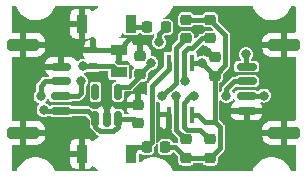
<source format=gbr>
G04 #@! TF.GenerationSoftware,KiCad,Pcbnew,(5.99.0-10394-g2e15de97e0)*
G04 #@! TF.CreationDate,2021-04-26T16:14:31+02:00*
G04 #@! TF.ProjectId,TFI2CEXT01A,54464932-4345-4585-9430-31412e6b6963,REV*
G04 #@! TF.SameCoordinates,PX78dfd90PY8290510*
G04 #@! TF.FileFunction,Copper,L2,Bot*
G04 #@! TF.FilePolarity,Positive*
%FSLAX46Y46*%
G04 Gerber Fmt 4.6, Leading zero omitted, Abs format (unit mm)*
G04 Created by KiCad (PCBNEW (5.99.0-10394-g2e15de97e0)) date 2021-04-26 16:14:31*
%MOMM*%
%LPD*%
G01*
G04 APERTURE LIST*
G04 Aperture macros list*
%AMRoundRect*
0 Rectangle with rounded corners*
0 $1 Rounding radius*
0 $2 $3 $4 $5 $6 $7 $8 $9 X,Y pos of 4 corners*
0 Add a 4 corners polygon primitive as box body*
4,1,4,$2,$3,$4,$5,$6,$7,$8,$9,$2,$3,0*
0 Add four circle primitives for the rounded corners*
1,1,$1+$1,$2,$3*
1,1,$1+$1,$4,$5*
1,1,$1+$1,$6,$7*
1,1,$1+$1,$8,$9*
0 Add four rect primitives between the rounded corners*
20,1,$1+$1,$2,$3,$4,$5,0*
20,1,$1+$1,$4,$5,$6,$7,0*
20,1,$1+$1,$6,$7,$8,$9,0*
20,1,$1+$1,$8,$9,$2,$3,0*%
G04 Aperture macros list end*
G04 #@! TA.AperFunction,SMDPad,CuDef*
%ADD10RoundRect,0.218750X0.218750X0.256250X-0.218750X0.256250X-0.218750X-0.256250X0.218750X-0.256250X0*%
G04 #@! TD*
G04 #@! TA.AperFunction,SMDPad,CuDef*
%ADD11R,0.450000X1.450000*%
G04 #@! TD*
G04 #@! TA.AperFunction,SMDPad,CuDef*
%ADD12R,0.950000X1.500000*%
G04 #@! TD*
G04 #@! TA.AperFunction,SMDPad,CuDef*
%ADD13RoundRect,0.218750X0.256250X-0.218750X0.256250X0.218750X-0.256250X0.218750X-0.256250X-0.218750X0*%
G04 #@! TD*
G04 #@! TA.AperFunction,SMDPad,CuDef*
%ADD14R,0.700000X0.600000*%
G04 #@! TD*
G04 #@! TA.AperFunction,SMDPad,CuDef*
%ADD15RoundRect,0.150000X0.700000X-0.150000X0.700000X0.150000X-0.700000X0.150000X-0.700000X-0.150000X0*%
G04 #@! TD*
G04 #@! TA.AperFunction,SMDPad,CuDef*
%ADD16RoundRect,0.250000X1.100000X-0.250000X1.100000X0.250000X-1.100000X0.250000X-1.100000X-0.250000X0*%
G04 #@! TD*
G04 #@! TA.AperFunction,SMDPad,CuDef*
%ADD17RoundRect,0.150000X0.150000X-0.512500X0.150000X0.512500X-0.150000X0.512500X-0.150000X-0.512500X0*%
G04 #@! TD*
G04 #@! TA.AperFunction,SMDPad,CuDef*
%ADD18RoundRect,0.218750X-0.256250X0.218750X-0.256250X-0.218750X0.256250X-0.218750X0.256250X0.218750X0*%
G04 #@! TD*
G04 #@! TA.AperFunction,SMDPad,CuDef*
%ADD19RoundRect,0.150000X-0.700000X0.150000X-0.700000X-0.150000X0.700000X-0.150000X0.700000X0.150000X0*%
G04 #@! TD*
G04 #@! TA.AperFunction,SMDPad,CuDef*
%ADD20RoundRect,0.250000X-1.100000X0.250000X-1.100000X-0.250000X1.100000X-0.250000X1.100000X0.250000X0*%
G04 #@! TD*
G04 #@! TA.AperFunction,SMDPad,CuDef*
%ADD21R,1.397000X0.889000*%
G04 #@! TD*
G04 #@! TA.AperFunction,ViaPad*
%ADD22C,0.800000*%
G04 #@! TD*
G04 #@! TA.AperFunction,Conductor*
%ADD23C,0.400000*%
G04 #@! TD*
G04 APERTURE END LIST*
D10*
G04 #@! TO.P,R4,1*
G04 #@! TO.N,+3V3*
X-113258500Y139446000D03*
G04 #@! TO.P,R4,2*
G04 #@! TO.N,Net-(D3-Pad2)*
X-114833500Y139446000D03*
G04 #@! TD*
D11*
G04 #@! TO.P,U2,1,EN*
G04 #@! TO.N,+3V3*
X-111039000Y142206000D03*
G04 #@! TO.P,U2,2,SCLout*
G04 #@! TO.N,/SCLout*
X-111689000Y142206000D03*
G04 #@! TO.P,U2,3,SCLin*
G04 #@! TO.N,/SCLin*
X-112339000Y142206000D03*
G04 #@! TO.P,U2,4,GND*
G04 #@! TO.N,GND*
X-112989000Y142206000D03*
G04 #@! TO.P,U2,5,READY*
G04 #@! TO.N,Net-(D3-Pad2)*
X-112989000Y146606000D03*
G04 #@! TO.P,U2,6,SDAin*
G04 #@! TO.N,/SDAin*
X-112339000Y146606000D03*
G04 #@! TO.P,U2,7,SDAout*
G04 #@! TO.N,/SDAout*
X-111689000Y146606000D03*
G04 #@! TO.P,U2,8,VCC*
G04 #@! TO.N,+3V3*
X-111039000Y146606000D03*
G04 #@! TD*
D12*
G04 #@! TO.P,D1,1,K*
G04 #@! TO.N,GND*
X-120321000Y149906000D03*
G04 #@! TO.P,D1,2,A*
G04 #@! TO.N,Net-(D1-Pad2)*
X-116171000Y149906000D03*
G04 #@! TD*
D13*
G04 #@! TO.P,C2,1*
G04 #@! TO.N,+5V*
X-115570000Y141478000D03*
G04 #@! TO.P,C2,2*
G04 #@! TO.N,GND*
X-115570000Y143053000D03*
G04 #@! TD*
D14*
G04 #@! TO.P,D2,1,K*
G04 #@! TO.N,+5V*
X-119380000Y146301000D03*
G04 #@! TO.P,D2,2,A*
G04 #@! TO.N,GND*
X-119380000Y147701000D03*
G04 #@! TD*
D13*
G04 #@! TO.P,R5,1*
G04 #@! TO.N,+3V3*
X-109474000Y138531500D03*
G04 #@! TO.P,R5,2*
G04 #@! TO.N,/SCLout*
X-109474000Y140106500D03*
G04 #@! TD*
G04 #@! TO.P,C3,1*
G04 #@! TO.N,+3V3*
X-115443000Y145618000D03*
G04 #@! TO.P,C3,2*
G04 #@! TO.N,GND*
X-115443000Y147193000D03*
G04 #@! TD*
D15*
G04 #@! TO.P,J1,1*
G04 #@! TO.N,+5V*
X-122096000Y142531000D03*
G04 #@! TO.P,J1,2*
G04 #@! TO.N,/SCLin*
X-122096000Y143781000D03*
G04 #@! TO.P,J1,3*
G04 #@! TO.N,/SDAin*
X-122096000Y145031000D03*
G04 #@! TO.P,J1,4*
G04 #@! TO.N,GND*
X-122096000Y146281000D03*
D16*
G04 #@! TO.P,J1,MP*
X-125296000Y148131000D03*
X-125296000Y140681000D03*
G04 #@! TD*
D17*
G04 #@! TO.P,U1,1,VIN*
G04 #@! TO.N,+5V*
X-117287000Y141864500D03*
G04 #@! TO.P,U1,2,GND*
G04 #@! TO.N,GND*
X-118237000Y141864500D03*
G04 #@! TO.P,U1,3,EN*
G04 #@! TO.N,+5V*
X-119187000Y141864500D03*
G04 #@! TO.P,U1,4,NC*
G04 #@! TO.N,unconnected-(U1-Pad4)*
X-119187000Y144139500D03*
G04 #@! TO.P,U1,5,VOUT*
G04 #@! TO.N,+3V3*
X-117287000Y144139500D03*
G04 #@! TD*
D12*
G04 #@! TO.P,D3,1,K*
G04 #@! TO.N,GND*
X-120321000Y138906000D03*
G04 #@! TO.P,D3,2,A*
G04 #@! TO.N,Net-(D3-Pad2)*
X-116171000Y138906000D03*
G04 #@! TD*
D10*
G04 #@! TO.P,R1,1*
G04 #@! TO.N,+5V*
X-113233000Y149606000D03*
G04 #@! TO.P,R1,2*
G04 #@! TO.N,Net-(D1-Pad2)*
X-114808000Y149606000D03*
G04 #@! TD*
D18*
G04 #@! TO.P,R6,1*
G04 #@! TO.N,+3V3*
X-109474000Y150241000D03*
G04 #@! TO.P,R6,2*
G04 #@! TO.N,/SDAout*
X-109474000Y148666000D03*
G04 #@! TD*
D13*
G04 #@! TO.P,R2,1*
G04 #@! TO.N,+3V3*
X-111506000Y138531500D03*
G04 #@! TO.P,R2,2*
G04 #@! TO.N,/SCLin*
X-111506000Y140106500D03*
G04 #@! TD*
D18*
G04 #@! TO.P,R3,1*
G04 #@! TO.N,+3V3*
X-111506000Y150241000D03*
G04 #@! TO.P,R3,2*
G04 #@! TO.N,/SDAin*
X-111506000Y148666000D03*
G04 #@! TD*
D19*
G04 #@! TO.P,J3,1*
G04 #@! TO.N,+5V*
X-106396000Y146281000D03*
G04 #@! TO.P,J3,2*
G04 #@! TO.N,/SCLout*
X-106396000Y145031000D03*
G04 #@! TO.P,J3,3*
G04 #@! TO.N,/SDAout*
X-106396000Y143781000D03*
G04 #@! TO.P,J3,4*
G04 #@! TO.N,GND*
X-106396000Y142531000D03*
D20*
G04 #@! TO.P,J3,MP*
X-103196000Y140681000D03*
X-103196000Y148131000D03*
G04 #@! TD*
D21*
G04 #@! TO.P,C1,1*
G04 #@! TO.N,+5V*
X-117221000Y145796000D03*
G04 #@! TO.P,C1,2*
G04 #@! TO.N,GND*
X-117221000Y147701000D03*
G04 #@! TD*
D13*
G04 #@! TO.P,C4,1*
G04 #@! TO.N,+3V3*
X-109093000Y145516500D03*
G04 #@! TO.P,C4,2*
G04 #@! TO.N,GND*
X-109093000Y147091500D03*
G04 #@! TD*
D22*
G04 #@! TO.N,GND*
X-103632000Y138938000D03*
X-123698000Y138938000D03*
X-103632000Y149860000D03*
X-105791000Y139573000D03*
X-123698000Y149860000D03*
X-122301000Y138811000D03*
X-120523000Y141224000D03*
X-109728000Y147536500D03*
X-122047000Y148209000D03*
X-102743000Y143510000D03*
X-107061000Y140970000D03*
X-120523000Y148209000D03*
X-102743000Y146558000D03*
X-106426000Y149479000D03*
X-118519002Y145415000D03*
X-125730000Y138938000D03*
X-122682000Y149733000D03*
X-107061000Y138303000D03*
X-122174000Y140716000D03*
X-125730000Y149860000D03*
X-102743000Y142494000D03*
X-105791000Y140970000D03*
X-102616000Y149860000D03*
X-102616000Y138938000D03*
X-125730000Y144526000D03*
X-105283000Y149860000D03*
X-107061000Y139573000D03*
X-106426000Y150495000D03*
X-107696000Y150495000D03*
X-125489629Y146116907D03*
X-125730000Y142367000D03*
X-102743000Y145542000D03*
X-113538000Y140589000D03*
X-118237000Y142981500D03*
X-102743000Y144526000D03*
G04 #@! TO.N,+3V3*
X-110182500Y146606000D03*
X-114457125Y146600000D03*
G04 #@! TO.N,+5V*
X-120269000Y146304000D03*
X-113792000Y148336000D03*
X-106426000Y147320000D03*
X-123571000Y142621000D03*
G04 #@! TO.N,/SDAin*
X-123825000Y143764000D03*
X-113535443Y143773778D03*
G04 #@! TO.N,/SCLin*
X-120393000Y145031000D03*
X-112395000Y143764000D03*
G04 #@! TO.N,/SCLout*
X-110871000Y143764000D03*
X-108094000Y143781000D03*
G04 #@! TO.N,/SDAout*
X-111606961Y145022566D03*
X-104946500Y143825798D03*
G04 #@! TD*
D23*
G04 #@! TO.N,GND*
X-118319011Y145215009D02*
X-118519002Y145415000D01*
X-109283000Y147091500D02*
X-109728000Y147536500D01*
X-117221000Y147701000D02*
X-116165511Y148756489D01*
X-109093000Y147091500D02*
X-109283000Y147091500D01*
X-112989000Y142206000D02*
X-112989000Y141138000D01*
X-118237000Y142981500D02*
X-118319011Y143063511D01*
X-115443000Y148756489D02*
X-115443000Y147193000D01*
X-121031000Y140716000D02*
X-120523000Y141224000D01*
X-118319011Y143063511D02*
X-118319011Y145215009D01*
X-119380000Y147701000D02*
X-117221000Y147701000D01*
X-125730000Y144526000D02*
X-125730000Y142367000D01*
X-118237000Y141864500D02*
X-118237000Y142981500D01*
X-125296000Y146310536D02*
X-125489629Y146116907D01*
X-112989000Y141138000D02*
X-113538000Y140589000D01*
X-122174000Y140716000D02*
X-121031000Y140716000D01*
X-125296000Y148131000D02*
X-125296000Y146310536D01*
X-116165511Y148756489D02*
X-115443000Y148756489D01*
G04 #@! TO.N,+3V3*
X-117175000Y144575000D02*
X-116325000Y144575000D01*
X-108599480Y141124480D02*
X-109093000Y141618000D01*
X-115443000Y145618000D02*
X-114465600Y146595400D01*
X-109918000Y141618000D02*
X-109093000Y141618000D01*
X-113258500Y139446000D02*
X-112420500Y139446000D01*
X-117287000Y144139500D02*
X-117287000Y144463000D01*
X-109093000Y141618000D02*
X-109093000Y143256000D01*
X-111506000Y138531500D02*
X-109474000Y138531500D01*
X-115443000Y145618000D02*
X-115443000Y145457000D01*
X-110506000Y142206000D02*
X-109918000Y141618000D01*
X-111039000Y146606000D02*
X-110182500Y146606000D01*
X-111039000Y142206000D02*
X-110506000Y142206000D01*
X-115443000Y145457000D02*
X-116325000Y144575000D01*
X-114465600Y146595400D02*
X-114457125Y146595400D01*
X-110617000Y150241000D02*
X-109474000Y150241000D01*
X-117287000Y143758500D02*
X-117287000Y143788000D01*
X-110182500Y146606000D02*
X-109093000Y145516500D01*
X-109474000Y138531500D02*
X-108599480Y139406020D01*
X-117287000Y144463000D02*
X-117175000Y144575000D01*
X-108218480Y146391020D02*
X-108218480Y148985480D01*
X-109093000Y143256000D02*
X-109093000Y145516500D01*
X-108599480Y139406020D02*
X-108599480Y141124480D01*
X-109093000Y145516500D02*
X-108218480Y146391020D01*
X-111506000Y150241000D02*
X-109474000Y150241000D01*
X-108218480Y148985480D02*
X-109474000Y150241000D01*
X-112420500Y139446000D02*
X-111506000Y138531500D01*
G04 #@! TO.N,+5V*
X-115956500Y141864500D02*
X-115570000Y141478000D01*
X-117686520Y140802480D02*
X-117287000Y141202000D01*
X-123481000Y142531000D02*
X-123571000Y142621000D01*
X-117287000Y141864500D02*
X-115956500Y141864500D01*
X-106426000Y147320000D02*
X-106426000Y146311000D01*
X-117287000Y141202000D02*
X-117287000Y141864500D01*
X-119380000Y146301000D02*
X-120266000Y146301000D01*
X-113792000Y148336000D02*
X-113792000Y149047000D01*
X-122096000Y142531000D02*
X-123481000Y142531000D01*
X-120266000Y146301000D02*
X-120269000Y146304000D01*
X-119187000Y141864500D02*
X-119187000Y141202000D01*
X-113792000Y149047000D02*
X-113233000Y149606000D01*
X-117726000Y146301000D02*
X-117221000Y145796000D01*
X-119380000Y146301000D02*
X-117726000Y146301000D01*
X-119853500Y142531000D02*
X-119187000Y141864500D01*
X-122096000Y142531000D02*
X-122081480Y142545520D01*
X-119187000Y141202000D02*
X-118787480Y140802480D01*
X-106426000Y146311000D02*
X-106396000Y146281000D01*
X-118787480Y140802480D02*
X-117686520Y140802480D01*
X-122096000Y142531000D02*
X-119853500Y142531000D01*
G04 #@! TO.N,Net-(D1-Pad2)*
X-114808000Y149606000D02*
X-115871000Y149606000D01*
X-115871000Y149606000D02*
X-116171000Y149906000D01*
G04 #@! TO.N,Net-(D3-Pad2)*
X-114427000Y139852500D02*
X-114833500Y139446000D01*
X-114427000Y144668000D02*
X-114427000Y139852500D01*
X-114833500Y139446000D02*
X-115631000Y139446000D01*
X-112989000Y146106000D02*
X-114427000Y144668000D01*
X-115631000Y139446000D02*
X-116171000Y138906000D01*
X-112989000Y146606000D02*
X-112989000Y146106000D01*
G04 #@! TO.N,/SDAin*
X-122096000Y145031000D02*
X-123447000Y145031000D01*
X-112406472Y144902749D02*
X-112406472Y145406332D01*
X-123825000Y144653000D02*
X-123825000Y143764000D01*
X-111506000Y148666000D02*
X-112339000Y147833000D01*
X-112339000Y147833000D02*
X-112339000Y146606000D01*
X-113535443Y143773778D02*
X-112406472Y144902749D01*
X-112339000Y145473804D02*
X-112339000Y146606000D01*
X-112406472Y145406332D02*
X-112339000Y145473804D01*
X-123447000Y145031000D02*
X-123825000Y144653000D01*
G04 #@! TO.N,/SCLin*
X-120633000Y143781000D02*
X-120393000Y144021000D01*
X-112339000Y143708000D02*
X-112339000Y142206000D01*
X-112395000Y143764000D02*
X-112339000Y143708000D01*
X-112339000Y142206000D02*
X-112339000Y140939500D01*
X-112339000Y140939500D02*
X-111506000Y140106500D01*
X-122096000Y143781000D02*
X-120633000Y143781000D01*
X-120393000Y144021000D02*
X-120393000Y145031000D01*
G04 #@! TO.N,/SCLout*
X-111689000Y141186880D02*
X-111445640Y140943520D01*
X-110311020Y140943520D02*
X-109474000Y140106500D01*
X-111689000Y142206000D02*
X-111689000Y141186880D01*
X-108094000Y144356000D02*
X-108094000Y143781000D01*
X-111689000Y143225120D02*
X-111689000Y142206000D01*
X-111445640Y140943520D02*
X-110311020Y140943520D01*
X-110871000Y143764000D02*
X-111150120Y143764000D01*
X-111150120Y143764000D02*
X-111689000Y143225120D01*
X-106396000Y145031000D02*
X-107419000Y145031000D01*
X-107419000Y145031000D02*
X-108094000Y144356000D01*
G04 #@! TO.N,/SDAout*
X-111606961Y145022566D02*
X-111689000Y145104605D01*
X-104946500Y143825798D02*
X-104991298Y143781000D01*
X-111689000Y145104605D02*
X-111689000Y146606000D01*
X-104991298Y143781000D02*
X-106396000Y143781000D01*
X-111689000Y146606000D02*
X-111689000Y147518000D01*
X-111378020Y147828980D02*
X-110986584Y147828980D01*
X-111689000Y147518000D02*
X-111378020Y147828980D01*
X-110149564Y148666000D02*
X-109474000Y148666000D01*
X-110986584Y147828980D02*
X-110149564Y148666000D01*
G04 #@! TD*
G04 #@! TA.AperFunction,Conductor*
G04 #@! TO.N,GND*
G36*
X-105877630Y151388687D02*
G01*
X-105855123Y151355787D01*
X-105814756Y151236869D01*
X-105813460Y151234375D01*
X-105813460Y151234374D01*
X-105712334Y151039700D01*
X-105695492Y151007277D01*
X-105693839Y151005015D01*
X-105693837Y151005011D01*
X-105547970Y150805344D01*
X-105542872Y150798366D01*
X-105458188Y150713237D01*
X-105386825Y150641500D01*
X-105360409Y150614945D01*
X-105152300Y150461234D01*
X-104923336Y150340769D01*
X-104920680Y150339852D01*
X-104920678Y150339851D01*
X-104698376Y150263090D01*
X-104678784Y150256325D01*
X-104676023Y150255821D01*
X-104676020Y150255820D01*
X-104571773Y150236781D01*
X-104424273Y150209843D01*
X-104421911Y150209719D01*
X-104421909Y150209719D01*
X-104342366Y150205550D01*
X-104342352Y150205550D01*
X-104341405Y150205500D01*
X-104180271Y150205500D01*
X-104108777Y150210939D01*
X-103990819Y150219911D01*
X-103990813Y150219912D01*
X-103988025Y150220124D01*
X-103735986Y150278543D01*
X-103733374Y150279585D01*
X-103498292Y150373373D01*
X-103498286Y150373376D01*
X-103495684Y150374414D01*
X-103493265Y150375836D01*
X-103493261Y150375838D01*
X-103275073Y150504104D01*
X-103275069Y150504107D01*
X-103272648Y150505530D01*
X-103139451Y150613969D01*
X-103074190Y150667100D01*
X-103072011Y150668874D01*
X-102898391Y150860687D01*
X-102755781Y151076555D01*
X-102647466Y151311510D01*
X-102646691Y151314206D01*
X-102646687Y151314215D01*
X-102635684Y151352460D01*
X-102605895Y151393385D01*
X-102564569Y151406000D01*
X-102320000Y151406000D01*
X-102272434Y151388687D01*
X-102247124Y151344850D01*
X-102246000Y151332000D01*
X-102246000Y149213000D01*
X-102263313Y149165434D01*
X-102307150Y149140124D01*
X-102320000Y149139000D01*
X-102928952Y149139000D01*
X-102938948Y149135362D01*
X-102942000Y149130075D01*
X-102942000Y147136048D01*
X-102938362Y147126052D01*
X-102933075Y147123000D01*
X-102320000Y147123000D01*
X-102272434Y147105687D01*
X-102247124Y147061850D01*
X-102246000Y147049000D01*
X-102246000Y141763000D01*
X-102263313Y141715434D01*
X-102307150Y141690124D01*
X-102320000Y141689000D01*
X-102928952Y141689000D01*
X-102938948Y141685362D01*
X-102942000Y141680075D01*
X-102942000Y139686048D01*
X-102938362Y139676052D01*
X-102933075Y139673000D01*
X-102320000Y139673000D01*
X-102272434Y139655687D01*
X-102247124Y139611850D01*
X-102246000Y139599000D01*
X-102246000Y137480000D01*
X-102263313Y137432434D01*
X-102307150Y137407124D01*
X-102320000Y137406000D01*
X-102566804Y137406000D01*
X-102614370Y137423313D01*
X-102636877Y137456213D01*
X-102651907Y137500490D01*
X-102677244Y137575131D01*
X-102722592Y137662430D01*
X-102795215Y137802234D01*
X-102795215Y137802235D01*
X-102796508Y137804723D01*
X-102809538Y137822560D01*
X-102947471Y138011366D01*
X-102947472Y138011367D01*
X-102949128Y138013634D01*
X-103072519Y138137673D01*
X-103129609Y138195063D01*
X-103129612Y138195065D01*
X-103131591Y138197055D01*
X-103339700Y138350766D01*
X-103568664Y138471231D01*
X-103571320Y138472148D01*
X-103571322Y138472149D01*
X-103810557Y138554757D01*
X-103810559Y138554757D01*
X-103813216Y138555675D01*
X-103815977Y138556179D01*
X-103815980Y138556180D01*
X-103920227Y138575219D01*
X-104067727Y138602157D01*
X-104070089Y138602281D01*
X-104070091Y138602281D01*
X-104149634Y138606450D01*
X-104149648Y138606450D01*
X-104150595Y138606500D01*
X-104311729Y138606500D01*
X-104383223Y138601061D01*
X-104501181Y138592089D01*
X-104501187Y138592088D01*
X-104503975Y138591876D01*
X-104756014Y138533457D01*
X-104758625Y138532415D01*
X-104758626Y138532415D01*
X-104993708Y138438627D01*
X-104993714Y138438624D01*
X-104996316Y138437586D01*
X-104998735Y138436164D01*
X-104998739Y138436162D01*
X-105216927Y138307896D01*
X-105216931Y138307893D01*
X-105219352Y138306470D01*
X-105221531Y138304696D01*
X-105353747Y138197055D01*
X-105419989Y138143126D01*
X-105421876Y138141041D01*
X-105579519Y137966879D01*
X-105593609Y137951313D01*
X-105736219Y137735445D01*
X-105844534Y137500490D01*
X-105845309Y137497794D01*
X-105845313Y137497785D01*
X-105856316Y137459540D01*
X-105886105Y137418615D01*
X-105927431Y137406000D01*
X-112566804Y137406000D01*
X-112614370Y137423313D01*
X-112636877Y137456213D01*
X-112651907Y137500490D01*
X-112677244Y137575131D01*
X-112722592Y137662430D01*
X-112795215Y137802234D01*
X-112795215Y137802235D01*
X-112796508Y137804723D01*
X-112809538Y137822560D01*
X-112947471Y138011366D01*
X-112947472Y138011367D01*
X-112949128Y138013634D01*
X-113072519Y138137673D01*
X-113129609Y138195063D01*
X-113129612Y138195065D01*
X-113131591Y138197055D01*
X-113339700Y138350766D01*
X-113568664Y138471231D01*
X-113571320Y138472148D01*
X-113571322Y138472149D01*
X-113810557Y138554757D01*
X-113810559Y138554757D01*
X-113813216Y138555675D01*
X-113815977Y138556179D01*
X-113815980Y138556180D01*
X-113920227Y138575219D01*
X-114067727Y138602157D01*
X-114070089Y138602281D01*
X-114070091Y138602281D01*
X-114149634Y138606450D01*
X-114149648Y138606450D01*
X-114150595Y138606500D01*
X-114311729Y138606500D01*
X-114383223Y138601061D01*
X-114501181Y138592089D01*
X-114501187Y138592088D01*
X-114503975Y138591876D01*
X-114756014Y138533457D01*
X-114758625Y138532415D01*
X-114758626Y138532415D01*
X-114993708Y138438627D01*
X-114993714Y138438624D01*
X-114996316Y138437586D01*
X-114998735Y138436164D01*
X-114998739Y138436162D01*
X-115216927Y138307896D01*
X-115216931Y138307893D01*
X-115219352Y138306470D01*
X-115221531Y138304696D01*
X-115369780Y138184003D01*
X-115417598Y138167398D01*
X-115464902Y138185415D01*
X-115489558Y138229623D01*
X-115490500Y138241390D01*
X-115490500Y138856755D01*
X-115473187Y138904321D01*
X-115429350Y138929631D01*
X-115379500Y138920841D01*
X-115364174Y138909081D01*
X-115301618Y138846525D01*
X-115296428Y138843881D01*
X-115296426Y138843879D01*
X-115191512Y138790423D01*
X-115183350Y138786264D01*
X-115177598Y138785353D01*
X-115177595Y138785352D01*
X-115086692Y138770955D01*
X-115083819Y138770500D01*
X-114583181Y138770500D01*
X-114580308Y138770955D01*
X-114489405Y138785352D01*
X-114489402Y138785353D01*
X-114483650Y138786264D01*
X-114475488Y138790423D01*
X-114370574Y138843879D01*
X-114370572Y138843881D01*
X-114365382Y138846525D01*
X-114271525Y138940382D01*
X-114268881Y138945572D01*
X-114268879Y138945574D01*
X-114213910Y139053457D01*
X-114211264Y139058650D01*
X-114210353Y139064402D01*
X-114210352Y139064405D01*
X-114195955Y139155308D01*
X-114195500Y139158181D01*
X-114195500Y139486945D01*
X-114178187Y139534511D01*
X-114173826Y139539271D01*
X-114098944Y139614153D01*
X-114096302Y139619339D01*
X-114096298Y139619344D01*
X-114087099Y139637398D01*
X-114081032Y139647299D01*
X-114069119Y139663696D01*
X-114069117Y139663700D01*
X-114065697Y139668407D01*
X-114063212Y139676052D01*
X-114057634Y139693221D01*
X-114053191Y139703947D01*
X-114043990Y139722005D01*
X-114043988Y139722010D01*
X-114041347Y139727194D01*
X-114040594Y139731947D01*
X-114009715Y139771472D01*
X-113970448Y139779819D01*
X-114007486Y139799513D01*
X-114026492Y139849028D01*
X-114026492Y139915934D01*
X-114026497Y139915951D01*
X-114026500Y139915985D01*
X-114026500Y141972075D01*
X-113727000Y141972075D01*
X-113727000Y141482335D01*
X-113726904Y141479662D01*
X-113722061Y141411951D01*
X-113720660Y141404184D01*
X-113682134Y141272976D01*
X-113677778Y141263436D01*
X-113604561Y141149508D01*
X-113597700Y141141590D01*
X-113495346Y141052901D01*
X-113486539Y141047240D01*
X-113363344Y140990979D01*
X-113353288Y140988027D01*
X-113226914Y140969857D01*
X-113216505Y140972035D01*
X-113214000Y140975220D01*
X-113214000Y141967952D01*
X-113217638Y141977948D01*
X-113222925Y141981000D01*
X-113713952Y141981000D01*
X-113723948Y141977362D01*
X-113727000Y141972075D01*
X-114026500Y141972075D01*
X-114026500Y143243836D01*
X-114009187Y143291402D01*
X-113965350Y143316712D01*
X-113915500Y143307922D01*
X-113907452Y143302544D01*
X-113842041Y143252352D01*
X-113842037Y143252350D01*
X-113838193Y143249400D01*
X-113787715Y143228491D01*
X-113731293Y143205120D01*
X-113693973Y143170922D01*
X-113687366Y143120736D01*
X-113692299Y143106013D01*
X-113704020Y143080347D01*
X-113706973Y143070288D01*
X-113726623Y142933620D01*
X-113727000Y142928351D01*
X-113727000Y142444048D01*
X-113723362Y142434052D01*
X-113718075Y142431000D01*
X-112843500Y142431000D01*
X-112795934Y142413687D01*
X-112770624Y142369850D01*
X-112769500Y142357000D01*
X-112769500Y141481000D01*
X-112768790Y141477431D01*
X-112768790Y141477430D01*
X-112765422Y141460499D01*
X-112764000Y141446062D01*
X-112764000Y140981048D01*
X-112753986Y140953535D01*
X-112743971Y140941601D01*
X-112739507Y140916289D01*
X-112739507Y140876066D01*
X-112737708Y140870530D01*
X-112737708Y140870528D01*
X-112731445Y140851250D01*
X-112728735Y140839963D01*
X-112724653Y140814194D01*
X-112722008Y140809003D01*
X-112722007Y140809000D01*
X-112712809Y140790948D01*
X-112708365Y140780220D01*
X-112702384Y140761813D01*
X-112700303Y140755407D01*
X-112696881Y140750698D01*
X-112696879Y140750693D01*
X-112684968Y140734299D01*
X-112678901Y140724398D01*
X-112669702Y140706344D01*
X-112669698Y140706339D01*
X-112667056Y140701153D01*
X-112577347Y140611444D01*
X-112577332Y140611437D01*
X-112577308Y140611416D01*
X-112203174Y140237282D01*
X-112181782Y140191406D01*
X-112181500Y140184956D01*
X-112181500Y139894480D01*
X-112198813Y139846914D01*
X-112242650Y139821604D01*
X-112284267Y139827824D01*
X-112284467Y139827209D01*
X-112288139Y139828402D01*
X-112289094Y139828545D01*
X-112295194Y139831653D01*
X-112314740Y139834749D01*
X-112320963Y139835735D01*
X-112332250Y139838445D01*
X-112351528Y139844708D01*
X-112351530Y139844708D01*
X-112357066Y139846507D01*
X-112483934Y139846507D01*
X-112483949Y139846502D01*
X-112483979Y139846500D01*
X-112597617Y139846500D01*
X-112645183Y139863813D01*
X-112663551Y139886904D01*
X-112670588Y139900715D01*
X-112696525Y139951618D01*
X-112790382Y140045475D01*
X-112795572Y140048119D01*
X-112795574Y140048121D01*
X-112903457Y140103090D01*
X-112908650Y140105736D01*
X-112914402Y140106647D01*
X-112914405Y140106648D01*
X-113005308Y140121045D01*
X-113008181Y140121500D01*
X-113508819Y140121500D01*
X-113511692Y140121045D01*
X-113602595Y140106648D01*
X-113602598Y140106647D01*
X-113608350Y140105736D01*
X-113613543Y140103090D01*
X-113721426Y140048121D01*
X-113721428Y140048119D01*
X-113726618Y140045475D01*
X-113820475Y139951618D01*
X-113823118Y139946430D01*
X-113823121Y139946426D01*
X-113874949Y139844708D01*
X-113880736Y139833350D01*
X-113881648Y139827595D01*
X-113882114Y139826159D01*
X-113913279Y139786272D01*
X-113952545Y139777926D01*
X-113915508Y139758233D01*
X-113896500Y139708717D01*
X-113896500Y139158181D01*
X-113896045Y139155308D01*
X-113881648Y139064405D01*
X-113881647Y139064402D01*
X-113880736Y139058650D01*
X-113878090Y139053457D01*
X-113823121Y138945574D01*
X-113823119Y138945572D01*
X-113820475Y138940382D01*
X-113726618Y138846525D01*
X-113721428Y138843881D01*
X-113721426Y138843879D01*
X-113616512Y138790423D01*
X-113608350Y138786264D01*
X-113602598Y138785353D01*
X-113602595Y138785352D01*
X-113511692Y138770955D01*
X-113508819Y138770500D01*
X-113008181Y138770500D01*
X-113005308Y138770955D01*
X-112914405Y138785352D01*
X-112914402Y138785353D01*
X-112908650Y138786264D01*
X-112900488Y138790423D01*
X-112795574Y138843879D01*
X-112795572Y138843881D01*
X-112790382Y138846525D01*
X-112696525Y138940382D01*
X-112693882Y138945570D01*
X-112693880Y138945572D01*
X-112670109Y138992225D01*
X-112633089Y139026747D01*
X-112582539Y139029396D01*
X-112551849Y139010956D01*
X-112203174Y138662281D01*
X-112181782Y138616405D01*
X-112181500Y138609956D01*
X-112181500Y138281181D01*
X-112181045Y138278308D01*
X-112166648Y138187405D01*
X-112166647Y138187402D01*
X-112165736Y138181650D01*
X-112163090Y138176457D01*
X-112108121Y138068574D01*
X-112108119Y138068572D01*
X-112105475Y138063382D01*
X-112011618Y137969525D01*
X-112006428Y137966881D01*
X-112006426Y137966879D01*
X-111936633Y137931318D01*
X-111893350Y137909264D01*
X-111887598Y137908353D01*
X-111887595Y137908352D01*
X-111796692Y137893955D01*
X-111793819Y137893500D01*
X-111218181Y137893500D01*
X-111215308Y137893955D01*
X-111124405Y137908352D01*
X-111124402Y137908353D01*
X-111118650Y137909264D01*
X-111075367Y137931318D01*
X-111005574Y137966879D01*
X-111005572Y137966881D01*
X-111000382Y137969525D01*
X-110906525Y138063382D01*
X-110903881Y138068571D01*
X-110892658Y138090596D01*
X-110855638Y138125118D01*
X-110826724Y138131000D01*
X-110153276Y138131000D01*
X-110105710Y138113687D01*
X-110087342Y138090596D01*
X-110076119Y138068571D01*
X-110073475Y138063382D01*
X-109979618Y137969525D01*
X-109974428Y137966881D01*
X-109974426Y137966879D01*
X-109904633Y137931318D01*
X-109861350Y137909264D01*
X-109855598Y137908353D01*
X-109855595Y137908352D01*
X-109764692Y137893955D01*
X-109761819Y137893500D01*
X-109186181Y137893500D01*
X-109183308Y137893955D01*
X-109092405Y137908352D01*
X-109092402Y137908353D01*
X-109086650Y137909264D01*
X-109043367Y137931318D01*
X-108973574Y137966879D01*
X-108973572Y137966881D01*
X-108968382Y137969525D01*
X-108874525Y138063382D01*
X-108871881Y138068572D01*
X-108871879Y138068574D01*
X-108816910Y138176457D01*
X-108814264Y138181650D01*
X-108813353Y138187402D01*
X-108813352Y138187405D01*
X-108798955Y138278308D01*
X-108798500Y138281181D01*
X-108798500Y138609956D01*
X-108781187Y138657522D01*
X-108776826Y138662282D01*
X-108361172Y139077936D01*
X-108361148Y139077957D01*
X-108361133Y139077964D01*
X-108271424Y139167673D01*
X-108268782Y139172859D01*
X-108268778Y139172864D01*
X-108259579Y139190918D01*
X-108253512Y139200819D01*
X-108241601Y139217213D01*
X-108241599Y139217218D01*
X-108238177Y139221927D01*
X-108230115Y139246740D01*
X-108225671Y139257468D01*
X-108216473Y139275520D01*
X-108216472Y139275523D01*
X-108213827Y139280714D01*
X-108209745Y139306483D01*
X-108207035Y139317770D01*
X-108200772Y139337048D01*
X-108200772Y139337050D01*
X-108198973Y139342586D01*
X-108198973Y139469454D01*
X-108198978Y139469469D01*
X-108198980Y139469499D01*
X-108198980Y140418075D01*
X-105054000Y140418075D01*
X-105054000Y140390257D01*
X-105053752Y140385987D01*
X-105039033Y140259744D01*
X-105037067Y140251428D01*
X-104979709Y140093406D01*
X-104975880Y140085761D01*
X-104883705Y139945171D01*
X-104878223Y139938615D01*
X-104756175Y139822998D01*
X-104749341Y139817885D01*
X-104603961Y139733441D01*
X-104596133Y139730037D01*
X-104434754Y139681161D01*
X-104427329Y139679721D01*
X-104353671Y139673147D01*
X-104350369Y139673000D01*
X-103463048Y139673000D01*
X-103453052Y139676638D01*
X-103450000Y139681925D01*
X-103450000Y140413952D01*
X-103453638Y140423948D01*
X-103458925Y140427000D01*
X-105040952Y140427000D01*
X-105050948Y140423362D01*
X-105054000Y140418075D01*
X-108198980Y140418075D01*
X-108198980Y140985369D01*
X-105054000Y140985369D01*
X-105054000Y140948048D01*
X-105050362Y140938052D01*
X-105045075Y140935000D01*
X-103463048Y140935000D01*
X-103453052Y140938638D01*
X-103450000Y140943925D01*
X-103450000Y141675952D01*
X-103453638Y141685948D01*
X-103458925Y141689000D01*
X-104336743Y141689000D01*
X-104341013Y141688752D01*
X-104467256Y141674033D01*
X-104475572Y141672067D01*
X-104633594Y141614709D01*
X-104641239Y141610880D01*
X-104781829Y141518705D01*
X-104788385Y141513223D01*
X-104904002Y141391175D01*
X-104909115Y141384341D01*
X-104993559Y141238961D01*
X-104996963Y141231133D01*
X-105045839Y141069754D01*
X-105047279Y141062329D01*
X-105053853Y140988671D01*
X-105054000Y140985369D01*
X-108198980Y140985369D01*
X-108198980Y141060995D01*
X-108198977Y141061029D01*
X-108198972Y141061046D01*
X-108198972Y141187914D01*
X-108207037Y141212735D01*
X-108209746Y141224020D01*
X-108212916Y141244036D01*
X-108212916Y141244038D01*
X-108213827Y141249786D01*
X-108216468Y141254970D01*
X-108216470Y141254975D01*
X-108225671Y141273033D01*
X-108230114Y141283759D01*
X-108236378Y141303038D01*
X-108236379Y141303041D01*
X-108238177Y141308573D01*
X-108241597Y141313280D01*
X-108241599Y141313284D01*
X-108253512Y141329681D01*
X-108259579Y141339582D01*
X-108268778Y141357636D01*
X-108268782Y141357641D01*
X-108271424Y141362827D01*
X-108361133Y141452536D01*
X-108361148Y141452543D01*
X-108361172Y141452564D01*
X-108670826Y141762218D01*
X-108692218Y141808094D01*
X-108692500Y141814544D01*
X-108692500Y142269677D01*
X-107744937Y142269677D01*
X-107738755Y142220740D01*
X-107736456Y142211788D01*
X-107678706Y142065928D01*
X-107674253Y142057829D01*
X-107582043Y141930913D01*
X-107575718Y141924177D01*
X-107454843Y141824180D01*
X-107447039Y141819228D01*
X-107305092Y141752433D01*
X-107296304Y141749577D01*
X-107160408Y141723653D01*
X-107153499Y141723000D01*
X-106663048Y141723000D01*
X-106653052Y141726638D01*
X-106650000Y141731925D01*
X-106650000Y142263952D01*
X-106651501Y142268075D01*
X-106142000Y142268075D01*
X-106142000Y141736048D01*
X-106138362Y141726052D01*
X-106133075Y141723000D01*
X-105658739Y141723000D01*
X-105654123Y141723290D01*
X-105535734Y141738246D01*
X-105526790Y141740543D01*
X-105380928Y141798294D01*
X-105372829Y141802747D01*
X-105245913Y141894957D01*
X-105239177Y141901282D01*
X-105139180Y142022157D01*
X-105134228Y142029961D01*
X-105067433Y142171908D01*
X-105064577Y142180696D01*
X-105048651Y142264182D01*
X-105050352Y142274683D01*
X-105053036Y142277000D01*
X-106128952Y142277000D01*
X-106138948Y142273362D01*
X-106142000Y142268075D01*
X-106651501Y142268075D01*
X-106653638Y142273948D01*
X-106658925Y142277000D01*
X-107732814Y142277000D01*
X-107742810Y142273362D01*
X-107744937Y142269677D01*
X-108692500Y142269677D01*
X-108692500Y143356851D01*
X-108675187Y143404417D01*
X-108631350Y143429727D01*
X-108581500Y143420937D01*
X-108559792Y143401899D01*
X-108542918Y143379909D01*
X-108522153Y143352847D01*
X-108518302Y143349892D01*
X-108400598Y143259574D01*
X-108400594Y143259572D01*
X-108396750Y143256622D01*
X-108250715Y143196132D01*
X-108245913Y143195500D01*
X-108245910Y143195499D01*
X-108098808Y143176133D01*
X-108094000Y143175500D01*
X-108089192Y143176133D01*
X-107942090Y143195499D01*
X-107942087Y143195500D01*
X-107937285Y143196132D01*
X-107791250Y143256622D01*
X-107787406Y143259572D01*
X-107787402Y143259574D01*
X-107669698Y143349892D01*
X-107665847Y143352847D01*
X-107661632Y143358340D01*
X-107572574Y143474402D01*
X-107572572Y143474406D01*
X-107569622Y143478250D01*
X-107560761Y143499642D01*
X-107526563Y143536962D01*
X-107476377Y143543569D01*
X-107433686Y143516371D01*
X-107427272Y143506467D01*
X-107376900Y143413112D01*
X-107372409Y143408960D01*
X-107372407Y143408958D01*
X-107360361Y143397823D01*
X-107337184Y143352822D01*
X-107348357Y143303451D01*
X-107383352Y143274681D01*
X-107411072Y143263706D01*
X-107419171Y143259253D01*
X-107546087Y143167043D01*
X-107552823Y143160718D01*
X-107652820Y143039843D01*
X-107657772Y143032039D01*
X-107724567Y142890092D01*
X-107727423Y142881304D01*
X-107743349Y142797818D01*
X-107741648Y142787317D01*
X-107738964Y142785000D01*
X-105059186Y142785000D01*
X-105049190Y142788638D01*
X-105047063Y142792323D01*
X-105053245Y142841260D01*
X-105055544Y142850212D01*
X-105113294Y142996072D01*
X-105117747Y143004171D01*
X-105209953Y143131082D01*
X-105211429Y143132654D01*
X-105211910Y143133776D01*
X-105212694Y143134855D01*
X-105212449Y143135033D01*
X-105231371Y143179179D01*
X-105216743Y143227638D01*
X-105174388Y143255357D01*
X-105129169Y143251680D01*
X-105110231Y143243836D01*
X-105103215Y143240930D01*
X-105098413Y143240298D01*
X-105098410Y143240297D01*
X-104951308Y143220931D01*
X-104946500Y143220298D01*
X-104941692Y143220931D01*
X-104794590Y143240297D01*
X-104794587Y143240298D01*
X-104789785Y143240930D01*
X-104643750Y143301420D01*
X-104639906Y143304370D01*
X-104639902Y143304372D01*
X-104522198Y143394690D01*
X-104518347Y143397645D01*
X-104500474Y143420937D01*
X-104425074Y143519200D01*
X-104425072Y143519204D01*
X-104422122Y143523048D01*
X-104361632Y143669083D01*
X-104360201Y143679946D01*
X-104341633Y143820990D01*
X-104341000Y143825798D01*
X-104350202Y143895694D01*
X-104360999Y143977708D01*
X-104361000Y143977711D01*
X-104361632Y143982513D01*
X-104422122Y144128548D01*
X-104425072Y144132392D01*
X-104425074Y144132396D01*
X-104515392Y144250100D01*
X-104518347Y144253951D01*
X-104522198Y144256906D01*
X-104639902Y144347224D01*
X-104639906Y144347226D01*
X-104643750Y144350176D01*
X-104789785Y144410666D01*
X-104794587Y144411298D01*
X-104794590Y144411299D01*
X-104941692Y144430665D01*
X-104946500Y144431298D01*
X-104951308Y144430665D01*
X-105098410Y144411299D01*
X-105098413Y144411298D01*
X-105103215Y144410666D01*
X-105249250Y144350176D01*
X-105253094Y144347226D01*
X-105253098Y144347224D01*
X-105317044Y144298156D01*
X-105374653Y144253951D01*
X-105377605Y144250104D01*
X-105377606Y144250103D01*
X-105389224Y144234962D01*
X-105431916Y144207765D01*
X-105482102Y144214372D01*
X-105491143Y144220734D01*
X-105491218Y144220619D01*
X-105496328Y144223975D01*
X-105500822Y144228130D01*
X-105565911Y144256905D01*
X-105602666Y144273154D01*
X-105602668Y144273154D01*
X-105607591Y144275331D01*
X-105656422Y144281500D01*
X-107126039Y144281500D01*
X-107175083Y144273337D01*
X-107205123Y144268337D01*
X-107205125Y144268336D01*
X-107211153Y144267333D01*
X-107313888Y144211900D01*
X-107339352Y144184354D01*
X-107386913Y144132903D01*
X-107393130Y144126178D01*
X-107411584Y144084434D01*
X-107423426Y144057648D01*
X-107458493Y144021144D01*
X-107508820Y144015720D01*
X-107550860Y144043916D01*
X-107559474Y144059251D01*
X-107567765Y144079269D01*
X-107567768Y144079275D01*
X-107569622Y144083750D01*
X-107572572Y144087594D01*
X-107572574Y144087598D01*
X-107630078Y144162538D01*
X-107645300Y144210814D01*
X-107623696Y144259912D01*
X-107332975Y144550633D01*
X-107287099Y144572025D01*
X-107250729Y144565988D01*
X-107218834Y144551888D01*
X-107189334Y144538846D01*
X-107189332Y144538846D01*
X-107184409Y144536669D01*
X-107135578Y144530500D01*
X-105665961Y144530500D01*
X-105608327Y144540093D01*
X-105586877Y144543663D01*
X-105586875Y144543664D01*
X-105580847Y144544667D01*
X-105478112Y144600100D01*
X-105398870Y144685822D01*
X-105366701Y144758589D01*
X-105353846Y144787666D01*
X-105353846Y144787668D01*
X-105351669Y144792591D01*
X-105345500Y144841422D01*
X-105345500Y145211039D01*
X-105355199Y145269308D01*
X-105358663Y145290123D01*
X-105358664Y145290125D01*
X-105359667Y145296153D01*
X-105415100Y145398888D01*
X-105500822Y145478130D01*
X-105569630Y145508549D01*
X-105602666Y145523154D01*
X-105602668Y145523154D01*
X-105607591Y145525331D01*
X-105656422Y145531500D01*
X-107126039Y145531500D01*
X-107175083Y145523337D01*
X-107205123Y145518337D01*
X-107205125Y145518336D01*
X-107211153Y145517333D01*
X-107313888Y145461900D01*
X-107318039Y145457410D01*
X-107318041Y145457408D01*
X-107320011Y145455276D01*
X-107322325Y145454084D01*
X-107322872Y145453660D01*
X-107322951Y145453762D01*
X-107365012Y145432099D01*
X-107374351Y145431507D01*
X-107482434Y145431507D01*
X-107507249Y145423444D01*
X-107518530Y145420736D01*
X-107544306Y145416653D01*
X-107549496Y145414009D01*
X-107549501Y145414007D01*
X-107567556Y145404807D01*
X-107578284Y145400363D01*
X-107597554Y145394102D01*
X-107597555Y145394101D01*
X-107603093Y145392302D01*
X-107624206Y145376963D01*
X-107634094Y145370904D01*
X-107657347Y145359056D01*
X-107747056Y145269347D01*
X-107747063Y145269332D01*
X-107747084Y145269308D01*
X-108332308Y144684084D01*
X-108332332Y144684063D01*
X-108332347Y144684056D01*
X-108422056Y144594347D01*
X-108424698Y144589161D01*
X-108424702Y144589156D01*
X-108433901Y144571102D01*
X-108439968Y144561201D01*
X-108451879Y144544807D01*
X-108451881Y144544802D01*
X-108455303Y144540093D01*
X-108457102Y144534556D01*
X-108457103Y144534554D01*
X-108463365Y144515280D01*
X-108467809Y144504552D01*
X-108477007Y144486500D01*
X-108477008Y144486497D01*
X-108479653Y144481306D01*
X-108480564Y144475553D01*
X-108483735Y144455537D01*
X-108486445Y144444250D01*
X-108492708Y144424972D01*
X-108494507Y144419434D01*
X-108494507Y144292566D01*
X-108494502Y144292551D01*
X-108494500Y144292521D01*
X-108494500Y144266562D01*
X-108511813Y144218996D01*
X-108516174Y144214236D01*
X-108518302Y144212108D01*
X-108522153Y144209153D01*
X-108525108Y144205302D01*
X-108559792Y144160101D01*
X-108602484Y144132903D01*
X-108652669Y144139510D01*
X-108686867Y144176830D01*
X-108692500Y144205149D01*
X-108692500Y144855617D01*
X-108675187Y144903183D01*
X-108652096Y144921551D01*
X-108606123Y144944976D01*
X-108587382Y144954525D01*
X-108493525Y145048382D01*
X-108490881Y145053572D01*
X-108490879Y145053574D01*
X-108435910Y145161457D01*
X-108433264Y145166650D01*
X-108432353Y145172402D01*
X-108432352Y145172405D01*
X-108417955Y145263308D01*
X-108417500Y145266181D01*
X-108417500Y145594956D01*
X-108400187Y145642522D01*
X-108395826Y145647282D01*
X-107980172Y146062936D01*
X-107980148Y146062957D01*
X-107980133Y146062964D01*
X-107890424Y146152673D01*
X-107887782Y146157859D01*
X-107887778Y146157864D01*
X-107878579Y146175918D01*
X-107872512Y146185819D01*
X-107860601Y146202213D01*
X-107860599Y146202218D01*
X-107857177Y146206927D01*
X-107852858Y146220218D01*
X-107849115Y146231740D01*
X-107844671Y146242468D01*
X-107835473Y146260520D01*
X-107835472Y146260523D01*
X-107832827Y146265714D01*
X-107828745Y146291483D01*
X-107826035Y146302770D01*
X-107819772Y146322048D01*
X-107819772Y146322050D01*
X-107817973Y146327586D01*
X-107817973Y146454454D01*
X-107817978Y146454469D01*
X-107817980Y146454499D01*
X-107817980Y146470578D01*
X-107446500Y146470578D01*
X-107446500Y146100961D01*
X-107441963Y146073704D01*
X-107433521Y146022987D01*
X-107432333Y146015847D01*
X-107376900Y145913112D01*
X-107291178Y145833870D01*
X-107267275Y145823303D01*
X-107189334Y145788846D01*
X-107189332Y145788846D01*
X-107184409Y145786669D01*
X-107135578Y145780500D01*
X-105665961Y145780500D01*
X-105615819Y145788846D01*
X-105586877Y145793663D01*
X-105586875Y145793664D01*
X-105580847Y145794667D01*
X-105478112Y145850100D01*
X-105398870Y145935822D01*
X-105368265Y146005050D01*
X-105353846Y146037666D01*
X-105353846Y146037668D01*
X-105351669Y146042591D01*
X-105345500Y146091422D01*
X-105345500Y146461039D01*
X-105354326Y146514065D01*
X-105358663Y146540123D01*
X-105358664Y146540125D01*
X-105359667Y146546153D01*
X-105415100Y146648888D01*
X-105486407Y146714805D01*
X-105496328Y146723976D01*
X-105496329Y146723977D01*
X-105500822Y146728130D01*
X-105575611Y146761193D01*
X-105602666Y146773154D01*
X-105602668Y146773154D01*
X-105607591Y146775331D01*
X-105656422Y146781500D01*
X-105932462Y146781500D01*
X-105980028Y146798813D01*
X-106005338Y146842650D01*
X-105996548Y146892500D01*
X-105991170Y146900548D01*
X-105904574Y147013402D01*
X-105904572Y147013406D01*
X-105901622Y147017250D01*
X-105841132Y147163285D01*
X-105838926Y147180037D01*
X-105821133Y147315192D01*
X-105820500Y147320000D01*
X-105830988Y147399662D01*
X-105840499Y147471910D01*
X-105840500Y147471913D01*
X-105841132Y147476715D01*
X-105901622Y147622750D01*
X-105904572Y147626594D01*
X-105904574Y147626598D01*
X-105994892Y147744302D01*
X-105997847Y147748153D01*
X-106025813Y147769612D01*
X-106119402Y147841426D01*
X-106119406Y147841428D01*
X-106123250Y147844378D01*
X-106180459Y147868075D01*
X-105054000Y147868075D01*
X-105054000Y147840257D01*
X-105053752Y147835987D01*
X-105039033Y147709744D01*
X-105037067Y147701428D01*
X-104979709Y147543406D01*
X-104975880Y147535761D01*
X-104883705Y147395171D01*
X-104878223Y147388615D01*
X-104756175Y147272998D01*
X-104749341Y147267885D01*
X-104603961Y147183441D01*
X-104596133Y147180037D01*
X-104434754Y147131161D01*
X-104427329Y147129721D01*
X-104353671Y147123147D01*
X-104350369Y147123000D01*
X-103463048Y147123000D01*
X-103453052Y147126638D01*
X-103450000Y147131925D01*
X-103450000Y147863952D01*
X-103453638Y147873948D01*
X-103458925Y147877000D01*
X-105040952Y147877000D01*
X-105050948Y147873362D01*
X-105054000Y147868075D01*
X-106180459Y147868075D01*
X-106269285Y147904868D01*
X-106274087Y147905500D01*
X-106274090Y147905501D01*
X-106421192Y147924867D01*
X-106426000Y147925500D01*
X-106430808Y147924867D01*
X-106577910Y147905501D01*
X-106577913Y147905500D01*
X-106582715Y147904868D01*
X-106728750Y147844378D01*
X-106732594Y147841428D01*
X-106732598Y147841426D01*
X-106826187Y147769612D01*
X-106854153Y147748153D01*
X-106857108Y147744302D01*
X-106947426Y147626598D01*
X-106947428Y147626594D01*
X-106950378Y147622750D01*
X-107010868Y147476715D01*
X-107011500Y147471913D01*
X-107011501Y147471910D01*
X-107021012Y147399662D01*
X-107031500Y147320000D01*
X-107030867Y147315192D01*
X-107013073Y147180037D01*
X-107010868Y147163285D01*
X-106950378Y147017250D01*
X-106947428Y147013406D01*
X-106947426Y147013402D01*
X-106860830Y146900548D01*
X-106845608Y146852272D01*
X-106864980Y146805506D01*
X-106909879Y146782133D01*
X-106919538Y146781500D01*
X-107126039Y146781500D01*
X-107175083Y146773337D01*
X-107205123Y146768337D01*
X-107205125Y146768336D01*
X-107211153Y146767333D01*
X-107313888Y146711900D01*
X-107318041Y146707407D01*
X-107388391Y146631304D01*
X-107393130Y146626178D01*
X-107395604Y146620581D01*
X-107433438Y146535000D01*
X-107440331Y146519409D01*
X-107446500Y146470578D01*
X-107817980Y146470578D01*
X-107817980Y148435369D01*
X-105054000Y148435369D01*
X-105054000Y148398048D01*
X-105050362Y148388052D01*
X-105045075Y148385000D01*
X-103463048Y148385000D01*
X-103453052Y148388638D01*
X-103450000Y148393925D01*
X-103450000Y149125952D01*
X-103453638Y149135948D01*
X-103458925Y149139000D01*
X-104336743Y149139000D01*
X-104341013Y149138752D01*
X-104467256Y149124033D01*
X-104475572Y149122067D01*
X-104633594Y149064709D01*
X-104641239Y149060880D01*
X-104781829Y148968705D01*
X-104788385Y148963223D01*
X-104904002Y148841175D01*
X-104909115Y148834341D01*
X-104993559Y148688961D01*
X-104996963Y148681133D01*
X-105045839Y148519754D01*
X-105047279Y148512329D01*
X-105053853Y148438671D01*
X-105054000Y148435369D01*
X-107817980Y148435369D01*
X-107817980Y148922001D01*
X-107817978Y148922031D01*
X-107817973Y148922046D01*
X-107817973Y149048914D01*
X-107826036Y149073729D01*
X-107828745Y149085013D01*
X-107829052Y149086951D01*
X-107832827Y149110786D01*
X-107835471Y149115976D01*
X-107835473Y149115981D01*
X-107844673Y149134036D01*
X-107849117Y149144764D01*
X-107855379Y149164036D01*
X-107857178Y149169573D01*
X-107872510Y149190676D01*
X-107878576Y149200576D01*
X-107887778Y149218636D01*
X-107887782Y149218641D01*
X-107890424Y149223827D01*
X-107980133Y149313536D01*
X-107980146Y149313543D01*
X-107980169Y149313562D01*
X-108776826Y150110218D01*
X-108798218Y150156094D01*
X-108798500Y150162544D01*
X-108798500Y150491319D01*
X-108812246Y150578109D01*
X-108813352Y150585095D01*
X-108813353Y150585098D01*
X-108814264Y150590850D01*
X-108838940Y150639279D01*
X-108871879Y150703926D01*
X-108871881Y150703929D01*
X-108874525Y150709118D01*
X-108968382Y150802975D01*
X-108973572Y150805619D01*
X-108973574Y150805621D01*
X-109081457Y150860590D01*
X-109086650Y150863236D01*
X-109092402Y150864147D01*
X-109092405Y150864148D01*
X-109183308Y150878545D01*
X-109186181Y150879000D01*
X-109761819Y150879000D01*
X-109764692Y150878545D01*
X-109855595Y150864148D01*
X-109855598Y150864147D01*
X-109861350Y150863236D01*
X-109866543Y150860590D01*
X-109974426Y150805621D01*
X-109974428Y150805619D01*
X-109979618Y150802975D01*
X-110073475Y150709118D01*
X-110076119Y150703929D01*
X-110087342Y150681904D01*
X-110124362Y150647382D01*
X-110153276Y150641500D01*
X-110826724Y150641500D01*
X-110874290Y150658813D01*
X-110892658Y150681904D01*
X-110903881Y150703929D01*
X-110906525Y150709118D01*
X-111000382Y150802975D01*
X-111005572Y150805619D01*
X-111005574Y150805621D01*
X-111113457Y150860590D01*
X-111118650Y150863236D01*
X-111124402Y150864147D01*
X-111124405Y150864148D01*
X-111215308Y150878545D01*
X-111218181Y150879000D01*
X-111793819Y150879000D01*
X-111796692Y150878545D01*
X-111887595Y150864148D01*
X-111887598Y150864147D01*
X-111893350Y150863236D01*
X-111898543Y150860590D01*
X-112006426Y150805621D01*
X-112006428Y150805619D01*
X-112011618Y150802975D01*
X-112105475Y150709118D01*
X-112108119Y150703929D01*
X-112108121Y150703926D01*
X-112141060Y150639279D01*
X-112165736Y150590850D01*
X-112166647Y150585098D01*
X-112166648Y150585095D01*
X-112167754Y150578109D01*
X-112181500Y150491319D01*
X-112181500Y149990681D01*
X-112181045Y149987808D01*
X-112166648Y149896905D01*
X-112166647Y149896902D01*
X-112165736Y149891150D01*
X-112163090Y149885957D01*
X-112108121Y149778074D01*
X-112108119Y149778072D01*
X-112105475Y149772882D01*
X-112011618Y149679025D01*
X-112006428Y149676381D01*
X-112006426Y149676379D01*
X-111958579Y149652000D01*
X-111893350Y149618764D01*
X-111887598Y149617853D01*
X-111887595Y149617852D01*
X-111796692Y149603455D01*
X-111793819Y149603000D01*
X-111218181Y149603000D01*
X-111215308Y149603455D01*
X-111124405Y149617852D01*
X-111124402Y149617853D01*
X-111118650Y149618764D01*
X-111053421Y149652000D01*
X-111005574Y149676379D01*
X-111005572Y149676381D01*
X-111000382Y149679025D01*
X-110906525Y149772882D01*
X-110903881Y149778071D01*
X-110892658Y149800096D01*
X-110855638Y149834618D01*
X-110826724Y149840500D01*
X-110153276Y149840500D01*
X-110105710Y149823187D01*
X-110087342Y149800096D01*
X-110076119Y149778071D01*
X-110073475Y149772882D01*
X-109979618Y149679025D01*
X-109974428Y149676381D01*
X-109974426Y149676379D01*
X-109926579Y149652000D01*
X-109861350Y149618764D01*
X-109855598Y149617853D01*
X-109855595Y149617852D01*
X-109764692Y149603455D01*
X-109761819Y149603000D01*
X-109433044Y149603000D01*
X-109385478Y149585687D01*
X-109380718Y149581326D01*
X-109229719Y149430326D01*
X-109208327Y149384449D01*
X-109221428Y149335555D01*
X-109262893Y149306521D01*
X-109282045Y149304000D01*
X-109761819Y149304000D01*
X-109764692Y149303545D01*
X-109855595Y149289148D01*
X-109855598Y149289147D01*
X-109861350Y149288236D01*
X-109866543Y149285590D01*
X-109974426Y149230621D01*
X-109974428Y149230619D01*
X-109979618Y149227975D01*
X-110073475Y149134118D01*
X-110079615Y149122067D01*
X-110087338Y149106911D01*
X-110124359Y149072389D01*
X-110153272Y149066507D01*
X-110212998Y149066507D01*
X-110218534Y149064708D01*
X-110218536Y149064708D01*
X-110237814Y149058445D01*
X-110249101Y149055735D01*
X-110255324Y149054749D01*
X-110274870Y149051653D01*
X-110280061Y149049008D01*
X-110280064Y149049007D01*
X-110298116Y149039809D01*
X-110308844Y149035365D01*
X-110328118Y149029103D01*
X-110328120Y149029102D01*
X-110333657Y149027303D01*
X-110338366Y149023881D01*
X-110338371Y149023879D01*
X-110354765Y149011968D01*
X-110364666Y149005901D01*
X-110382720Y148996702D01*
X-110382725Y148996698D01*
X-110387911Y148994056D01*
X-110477620Y148904347D01*
X-110477627Y148904332D01*
X-110477648Y148904308D01*
X-110704174Y148677782D01*
X-110750050Y148656390D01*
X-110798945Y148669491D01*
X-110827979Y148710955D01*
X-110830500Y148730108D01*
X-110830500Y148916319D01*
X-110832818Y148930955D01*
X-110845352Y149010095D01*
X-110845353Y149010098D01*
X-110846264Y149015850D01*
X-110858472Y149039809D01*
X-110903879Y149128926D01*
X-110903882Y149128930D01*
X-110906525Y149134118D01*
X-111000382Y149227975D01*
X-111005572Y149230619D01*
X-111005574Y149230621D01*
X-111113457Y149285590D01*
X-111118650Y149288236D01*
X-111124402Y149289147D01*
X-111124405Y149289148D01*
X-111215308Y149303545D01*
X-111218181Y149304000D01*
X-111793819Y149304000D01*
X-111796692Y149303545D01*
X-111887595Y149289148D01*
X-111887598Y149289147D01*
X-111893350Y149288236D01*
X-111898543Y149285590D01*
X-112006426Y149230621D01*
X-112006428Y149230619D01*
X-112011618Y149227975D01*
X-112105475Y149134118D01*
X-112108118Y149128930D01*
X-112108121Y149128926D01*
X-112153528Y149039809D01*
X-112165736Y149015850D01*
X-112166647Y149010098D01*
X-112166648Y149010095D01*
X-112179182Y148930955D01*
X-112181500Y148916319D01*
X-112181500Y148587544D01*
X-112198813Y148539978D01*
X-112203174Y148535218D01*
X-112577308Y148161084D01*
X-112577332Y148161063D01*
X-112577347Y148161056D01*
X-112667056Y148071347D01*
X-112669698Y148066161D01*
X-112669702Y148066156D01*
X-112678901Y148048102D01*
X-112684968Y148038201D01*
X-112696879Y148021807D01*
X-112696881Y148021802D01*
X-112700303Y148017093D01*
X-112702102Y148011556D01*
X-112702103Y148011554D01*
X-112708365Y147992280D01*
X-112712809Y147981552D01*
X-112722007Y147963500D01*
X-112722008Y147963497D01*
X-112724653Y147958306D01*
X-112725564Y147952553D01*
X-112728735Y147932537D01*
X-112731445Y147921250D01*
X-112737708Y147901972D01*
X-112739507Y147896434D01*
X-112739507Y147769566D01*
X-112739502Y147769551D01*
X-112739500Y147769521D01*
X-112739500Y147610500D01*
X-112756813Y147562934D01*
X-112800650Y147537624D01*
X-112813500Y147536500D01*
X-113214000Y147536500D01*
X-113217569Y147535790D01*
X-113217570Y147535790D01*
X-113285494Y147522279D01*
X-113285496Y147522278D01*
X-113292641Y147520857D01*
X-113359310Y147476310D01*
X-113403857Y147409641D01*
X-113405278Y147402496D01*
X-113405279Y147402494D01*
X-113412156Y147367921D01*
X-113419500Y147331000D01*
X-113419500Y146272544D01*
X-113436813Y146224978D01*
X-113441174Y146220218D01*
X-114665308Y144996084D01*
X-114665332Y144996063D01*
X-114665347Y144996056D01*
X-114755056Y144906347D01*
X-114757698Y144901161D01*
X-114757702Y144901156D01*
X-114766901Y144883102D01*
X-114772968Y144873201D01*
X-114784879Y144856807D01*
X-114784881Y144856802D01*
X-114788303Y144852093D01*
X-114790102Y144846556D01*
X-114790103Y144846554D01*
X-114796365Y144827280D01*
X-114800809Y144816552D01*
X-114810007Y144798500D01*
X-114810008Y144798497D01*
X-114812653Y144793306D01*
X-114813564Y144787553D01*
X-114816735Y144767537D01*
X-114819445Y144756250D01*
X-114822991Y144745334D01*
X-114827507Y144731434D01*
X-114827507Y144604566D01*
X-114827502Y144604551D01*
X-114827500Y144604521D01*
X-114827500Y143958415D01*
X-114844813Y143910849D01*
X-114888650Y143885539D01*
X-114938668Y143894426D01*
X-115018250Y143940651D01*
X-115026078Y143944055D01*
X-115180530Y143990833D01*
X-115187955Y143992273D01*
X-115256079Y143998353D01*
X-115259381Y143998500D01*
X-115302952Y143998500D01*
X-115312948Y143994862D01*
X-115316000Y143989575D01*
X-115316000Y142873000D01*
X-115333313Y142825434D01*
X-115377150Y142800124D01*
X-115390000Y142799000D01*
X-116539952Y142799000D01*
X-116549948Y142795362D01*
X-116552819Y142790389D01*
X-116552752Y142789234D01*
X-116538872Y142670182D01*
X-116536907Y142661869D01*
X-116482016Y142510648D01*
X-116478187Y142503003D01*
X-116397264Y142379574D01*
X-116385662Y142330302D01*
X-116408446Y142285100D01*
X-116459149Y142265000D01*
X-116712500Y142265000D01*
X-116760066Y142282313D01*
X-116785376Y142326150D01*
X-116786500Y142339000D01*
X-116786500Y142407039D01*
X-116796028Y142464285D01*
X-116799663Y142486123D01*
X-116799664Y142486125D01*
X-116800667Y142492153D01*
X-116856100Y142594888D01*
X-116928558Y142661869D01*
X-116937328Y142669976D01*
X-116937329Y142669977D01*
X-116941822Y142674130D01*
X-117030499Y142713333D01*
X-117043666Y142719154D01*
X-117043668Y142719154D01*
X-117048591Y142721331D01*
X-117097422Y142727500D01*
X-117467039Y142727500D01*
X-117470050Y142726999D01*
X-117470060Y142726998D01*
X-117476837Y142725870D01*
X-117526600Y142735139D01*
X-117548851Y142755370D01*
X-117600957Y142827087D01*
X-117607282Y142833823D01*
X-117728157Y142933820D01*
X-117735961Y142938772D01*
X-117877908Y143005567D01*
X-117886696Y143008423D01*
X-117970182Y143024349D01*
X-117980683Y143022648D01*
X-117983000Y143019964D01*
X-117983000Y141684500D01*
X-118000313Y141636934D01*
X-118044150Y141611624D01*
X-118057000Y141610500D01*
X-118417000Y141610500D01*
X-118464566Y141627813D01*
X-118489876Y141671650D01*
X-118491000Y141684500D01*
X-118491000Y143013814D01*
X-118494638Y143023810D01*
X-118498323Y143025937D01*
X-118547260Y143019755D01*
X-118556212Y143017456D01*
X-118702072Y142959706D01*
X-118710171Y142955253D01*
X-118837087Y142863043D01*
X-118843823Y142856718D01*
X-118929208Y142753504D01*
X-118972867Y142727889D01*
X-118992780Y142727334D01*
X-118992797Y142727062D01*
X-118995106Y142727207D01*
X-118997422Y142727500D01*
X-119367039Y142727500D01*
X-119429419Y142717117D01*
X-119479182Y142726385D01*
X-119493895Y142737787D01*
X-119525416Y142769308D01*
X-119525437Y142769332D01*
X-119525444Y142769347D01*
X-119615153Y142859056D01*
X-119620339Y142861698D01*
X-119620344Y142861702D01*
X-119638398Y142870901D01*
X-119648299Y142876968D01*
X-119664693Y142888879D01*
X-119664698Y142888881D01*
X-119669407Y142892303D01*
X-119674944Y142894102D01*
X-119674946Y142894103D01*
X-119694220Y142900365D01*
X-119704948Y142904809D01*
X-119723000Y142914007D01*
X-119723003Y142914008D01*
X-119728194Y142916653D01*
X-119747740Y142919749D01*
X-119753963Y142920735D01*
X-119765250Y142923445D01*
X-119784528Y142929708D01*
X-119784530Y142929708D01*
X-119790066Y142931507D01*
X-119916934Y142931507D01*
X-119916949Y142931502D01*
X-119916979Y142931500D01*
X-121121416Y142931500D01*
X-121171648Y142951161D01*
X-121180891Y142959706D01*
X-121183406Y142962030D01*
X-121196328Y142973976D01*
X-121196329Y142973977D01*
X-121200822Y142978130D01*
X-121289499Y143017333D01*
X-121302666Y143023154D01*
X-121302668Y143023154D01*
X-121307591Y143025331D01*
X-121356422Y143031500D01*
X-122826039Y143031500D01*
X-122872240Y143023810D01*
X-122905123Y143018337D01*
X-122905125Y143018336D01*
X-122911153Y143017333D01*
X-122916534Y143014430D01*
X-122916533Y143014430D01*
X-123002266Y142968171D01*
X-123052348Y142960820D01*
X-123096113Y142988248D01*
X-123139892Y143045302D01*
X-123142847Y143049153D01*
X-123170340Y143070249D01*
X-123264402Y143142426D01*
X-123264406Y143142428D01*
X-123268250Y143145378D01*
X-123394554Y143197695D01*
X-123431874Y143231893D01*
X-123438481Y143282079D01*
X-123411283Y143324770D01*
X-123400698Y143332892D01*
X-123396847Y143335847D01*
X-123379663Y143358241D01*
X-123303574Y143457402D01*
X-123303572Y143457406D01*
X-123300622Y143461250D01*
X-123272616Y143528862D01*
X-123238418Y143566182D01*
X-123188232Y143572789D01*
X-123145541Y143545591D01*
X-123134239Y143524513D01*
X-123133337Y143521878D01*
X-123132333Y143515847D01*
X-123076900Y143413112D01*
X-123040982Y143379909D01*
X-123017204Y143357929D01*
X-122991178Y143333870D01*
X-122932483Y143307922D01*
X-122889334Y143288846D01*
X-122889332Y143288846D01*
X-122884409Y143286669D01*
X-122835578Y143280500D01*
X-121365961Y143280500D01*
X-121315819Y143288846D01*
X-121286877Y143293663D01*
X-121286875Y143293664D01*
X-121280847Y143294667D01*
X-121178112Y143350100D01*
X-121173131Y143355488D01*
X-121171980Y143356733D01*
X-121169658Y143357929D01*
X-121169128Y143358340D01*
X-121169051Y143358241D01*
X-121126978Y143379909D01*
X-121117642Y143380500D01*
X-120696479Y143380500D01*
X-120696449Y143380498D01*
X-120696434Y143380493D01*
X-120569566Y143380493D01*
X-120564030Y143382292D01*
X-120564028Y143382292D01*
X-120544750Y143388555D01*
X-120533463Y143391265D01*
X-120527240Y143392251D01*
X-120507694Y143395347D01*
X-120502503Y143397992D01*
X-120502500Y143397993D01*
X-120484448Y143407191D01*
X-120473720Y143411635D01*
X-120454446Y143417897D01*
X-120454444Y143417898D01*
X-120448907Y143419697D01*
X-120444198Y143423119D01*
X-120444193Y143423121D01*
X-120427799Y143435032D01*
X-120417898Y143441099D01*
X-120399844Y143450298D01*
X-120399839Y143450302D01*
X-120394653Y143452944D01*
X-120304944Y143542653D01*
X-120304937Y143542668D01*
X-120304916Y143542692D01*
X-120154692Y143692916D01*
X-120154668Y143692937D01*
X-120154653Y143692944D01*
X-120064944Y143782653D01*
X-120053096Y143805906D01*
X-120047037Y143815794D01*
X-120031698Y143836907D01*
X-120028003Y143848277D01*
X-120023637Y143861716D01*
X-120019193Y143872444D01*
X-120009993Y143890499D01*
X-120009991Y143890504D01*
X-120007347Y143895694D01*
X-120003264Y143921470D01*
X-120000556Y143932751D01*
X-119992493Y143957566D01*
X-119992493Y144084434D01*
X-119992498Y144084449D01*
X-119992500Y144084479D01*
X-119992500Y144545438D01*
X-119975187Y144593004D01*
X-119970826Y144597764D01*
X-119968698Y144599892D01*
X-119964847Y144602847D01*
X-119960259Y144608826D01*
X-119896761Y144691578D01*
X-119687500Y144691578D01*
X-119687500Y143596961D01*
X-119682377Y143566182D01*
X-119675197Y143523048D01*
X-119673333Y143511847D01*
X-119617900Y143409112D01*
X-119597608Y143390354D01*
X-119549221Y143345625D01*
X-119532178Y143329870D01*
X-119482531Y143307922D01*
X-119430334Y143284846D01*
X-119430332Y143284846D01*
X-119425409Y143282669D01*
X-119376578Y143276500D01*
X-119006961Y143276500D01*
X-118956819Y143284846D01*
X-118927877Y143289663D01*
X-118927875Y143289664D01*
X-118921847Y143290667D01*
X-118819112Y143346100D01*
X-118771142Y143397993D01*
X-118744024Y143427328D01*
X-118744023Y143427329D01*
X-118739870Y143431822D01*
X-118706873Y143506462D01*
X-118694846Y143533666D01*
X-118694846Y143533668D01*
X-118692669Y143538591D01*
X-118686500Y143587422D01*
X-118686500Y144682039D01*
X-118695643Y144736972D01*
X-118699663Y144761123D01*
X-118699664Y144761125D01*
X-118700667Y144767153D01*
X-118756100Y144869888D01*
X-118841822Y144949130D01*
X-118930499Y144988333D01*
X-118943666Y144994154D01*
X-118943668Y144994154D01*
X-118948591Y144996331D01*
X-118997422Y145002500D01*
X-119367039Y145002500D01*
X-119405958Y144996022D01*
X-119446123Y144989337D01*
X-119446125Y144989336D01*
X-119452153Y144988333D01*
X-119554888Y144932900D01*
X-119584232Y144901156D01*
X-119619585Y144862912D01*
X-119634130Y144847178D01*
X-119655650Y144798500D01*
X-119678512Y144746785D01*
X-119681331Y144740409D01*
X-119687500Y144691578D01*
X-119896761Y144691578D01*
X-119871574Y144724402D01*
X-119871572Y144724406D01*
X-119868622Y144728250D01*
X-119808132Y144874285D01*
X-119805885Y144891347D01*
X-119788133Y145026192D01*
X-119787500Y145031000D01*
X-119792422Y145068385D01*
X-119807499Y145182910D01*
X-119807500Y145182913D01*
X-119808132Y145187715D01*
X-119868622Y145333750D01*
X-119871572Y145337594D01*
X-119871574Y145337598D01*
X-119961892Y145455302D01*
X-119964847Y145459153D01*
X-119989578Y145478130D01*
X-120086402Y145552426D01*
X-120086406Y145552428D01*
X-120090250Y145555378D01*
X-120112641Y145564653D01*
X-120140404Y145576153D01*
X-120177724Y145610351D01*
X-120184331Y145660537D01*
X-120157133Y145703229D01*
X-120121742Y145717887D01*
X-120117091Y145718499D01*
X-120117089Y145718500D01*
X-120112285Y145719132D01*
X-119966250Y145779622D01*
X-119962405Y145782572D01*
X-119962402Y145782574D01*
X-119913000Y145820482D01*
X-119864724Y145835704D01*
X-119826840Y145823303D01*
X-119814700Y145815191D01*
X-119814698Y145815190D01*
X-119808641Y145811143D01*
X-119801496Y145809722D01*
X-119801494Y145809721D01*
X-119733570Y145796210D01*
X-119733569Y145796210D01*
X-119730000Y145795500D01*
X-119030000Y145795500D01*
X-119026431Y145796210D01*
X-119026430Y145796210D01*
X-118958506Y145809721D01*
X-118958504Y145809722D01*
X-118951359Y145811143D01*
X-118901350Y145844558D01*
X-118890751Y145851640D01*
X-118884690Y145855690D01*
X-118876724Y145867612D01*
X-118835902Y145897544D01*
X-118815195Y145900500D01*
X-118199000Y145900500D01*
X-118151434Y145883187D01*
X-118126124Y145839350D01*
X-118125000Y145826500D01*
X-118125000Y145351500D01*
X-118124290Y145347931D01*
X-118124290Y145347930D01*
X-118112843Y145290386D01*
X-118109357Y145272859D01*
X-118064810Y145206190D01*
X-117998141Y145161643D01*
X-117990996Y145160222D01*
X-117990994Y145160221D01*
X-117923070Y145146710D01*
X-117923069Y145146710D01*
X-117919500Y145146000D01*
X-117500193Y145146000D01*
X-117452627Y145128687D01*
X-117427317Y145084850D01*
X-117436107Y145035000D01*
X-117474884Y145002463D01*
X-117488043Y144999004D01*
X-117546123Y144989337D01*
X-117546125Y144989336D01*
X-117552153Y144988333D01*
X-117654888Y144932900D01*
X-117684232Y144901156D01*
X-117719585Y144862912D01*
X-117734130Y144847178D01*
X-117755650Y144798500D01*
X-117778512Y144746785D01*
X-117781331Y144740409D01*
X-117787500Y144691578D01*
X-117787500Y143596961D01*
X-117782377Y143566182D01*
X-117775197Y143523048D01*
X-117773333Y143511847D01*
X-117717900Y143409112D01*
X-117697608Y143390354D01*
X-117649221Y143345625D01*
X-117632178Y143329870D01*
X-117582531Y143307922D01*
X-117530334Y143284846D01*
X-117530332Y143284846D01*
X-117525409Y143282669D01*
X-117476578Y143276500D01*
X-117106961Y143276500D01*
X-117056819Y143284846D01*
X-117027877Y143289663D01*
X-117027875Y143289664D01*
X-117021847Y143290667D01*
X-116956143Y143326119D01*
X-116553000Y143326119D01*
X-116553000Y143320048D01*
X-116549362Y143310052D01*
X-116544075Y143307000D01*
X-115837048Y143307000D01*
X-115827052Y143310638D01*
X-115824000Y143315925D01*
X-115824000Y143985452D01*
X-115827638Y143995448D01*
X-115832925Y143998500D01*
X-115866995Y143998500D01*
X-115871266Y143998252D01*
X-115990318Y143984372D01*
X-115998631Y143982407D01*
X-116149852Y143927516D01*
X-116157497Y143923687D01*
X-116292034Y143835481D01*
X-116298590Y143829999D01*
X-116409229Y143713206D01*
X-116414342Y143706372D01*
X-116495151Y143567250D01*
X-116498555Y143559422D01*
X-116545333Y143404970D01*
X-116546773Y143397545D01*
X-116552853Y143329421D01*
X-116553000Y143326119D01*
X-116956143Y143326119D01*
X-116919112Y143346100D01*
X-116871142Y143397993D01*
X-116844024Y143427328D01*
X-116844023Y143427329D01*
X-116839870Y143431822D01*
X-116806873Y143506462D01*
X-116794846Y143533666D01*
X-116794846Y143533668D01*
X-116792669Y143538591D01*
X-116786500Y143587422D01*
X-116786500Y144100500D01*
X-116769187Y144148066D01*
X-116725350Y144173376D01*
X-116712500Y144174500D01*
X-116388479Y144174500D01*
X-116388449Y144174498D01*
X-116388434Y144174493D01*
X-116261566Y144174493D01*
X-116256030Y144176292D01*
X-116256028Y144176292D01*
X-116236750Y144182555D01*
X-116225463Y144185265D01*
X-116215193Y144186892D01*
X-116199694Y144189347D01*
X-116194503Y144191992D01*
X-116194500Y144191993D01*
X-116176448Y144201191D01*
X-116165720Y144205635D01*
X-116146446Y144211897D01*
X-116146444Y144211898D01*
X-116140907Y144213697D01*
X-116136198Y144217119D01*
X-116136193Y144217121D01*
X-116119799Y144229032D01*
X-116109898Y144235099D01*
X-116091844Y144244298D01*
X-116091839Y144244302D01*
X-116086653Y144246944D01*
X-115996944Y144336653D01*
X-115996937Y144336668D01*
X-115996916Y144336692D01*
X-115375281Y144958326D01*
X-115329404Y144979718D01*
X-115322955Y144980000D01*
X-115155181Y144980000D01*
X-115148728Y144981022D01*
X-115061405Y144994852D01*
X-115061402Y144994853D01*
X-115055650Y144995764D01*
X-115042430Y145002500D01*
X-114942574Y145053379D01*
X-114942572Y145053381D01*
X-114937382Y145056025D01*
X-114843525Y145149882D01*
X-114840881Y145155072D01*
X-114840879Y145155074D01*
X-114785910Y145262957D01*
X-114783264Y145268150D01*
X-114782353Y145273902D01*
X-114782352Y145273905D01*
X-114767955Y145364808D01*
X-114767500Y145367681D01*
X-114767500Y145696456D01*
X-114750187Y145744022D01*
X-114745826Y145748782D01*
X-114520911Y145973696D01*
X-114475034Y145995088D01*
X-114466783Y145994909D01*
X-114466783Y145995133D01*
X-114461934Y145995133D01*
X-114457125Y145994500D01*
X-114452317Y145995133D01*
X-114305215Y146014499D01*
X-114305212Y146014500D01*
X-114300410Y146015132D01*
X-114154375Y146075622D01*
X-114150531Y146078572D01*
X-114150527Y146078574D01*
X-114032823Y146168892D01*
X-114028972Y146171847D01*
X-113997804Y146212466D01*
X-113935699Y146293402D01*
X-113935697Y146293406D01*
X-113932747Y146297250D01*
X-113872257Y146443285D01*
X-113870792Y146454408D01*
X-113852258Y146595192D01*
X-113851625Y146600000D01*
X-113864988Y146701500D01*
X-113871624Y146751910D01*
X-113871625Y146751913D01*
X-113872257Y146756715D01*
X-113932747Y146902750D01*
X-113935697Y146906594D01*
X-113935699Y146906598D01*
X-114026017Y147024302D01*
X-114028972Y147028153D01*
X-114056140Y147049000D01*
X-114150527Y147121426D01*
X-114150531Y147121428D01*
X-114154375Y147124378D01*
X-114300410Y147184868D01*
X-114305212Y147185500D01*
X-114305215Y147185501D01*
X-114395659Y147197408D01*
X-114440559Y147220781D01*
X-114460000Y147270775D01*
X-114460000Y147452495D01*
X-114460248Y147456766D01*
X-114474128Y147575818D01*
X-114476093Y147584131D01*
X-114530984Y147735352D01*
X-114534813Y147742997D01*
X-114623019Y147877534D01*
X-114628501Y147884090D01*
X-114745294Y147994729D01*
X-114752128Y147999842D01*
X-114891250Y148080651D01*
X-114899078Y148084055D01*
X-115053530Y148130833D01*
X-115060955Y148132273D01*
X-115129079Y148138353D01*
X-115132381Y148138500D01*
X-115175952Y148138500D01*
X-115185948Y148134862D01*
X-115189000Y148129575D01*
X-115189000Y147013000D01*
X-115206313Y146965434D01*
X-115250150Y146940124D01*
X-115263000Y146939000D01*
X-115623000Y146939000D01*
X-115670566Y146956313D01*
X-115695876Y147000150D01*
X-115697000Y147013000D01*
X-115697000Y148125452D01*
X-115700638Y148135448D01*
X-115705925Y148138500D01*
X-115739995Y148138500D01*
X-115744266Y148138252D01*
X-115863318Y148124372D01*
X-115871631Y148122407D01*
X-115912329Y148107634D01*
X-115962948Y148107678D01*
X-116001696Y148140249D01*
X-116011389Y148171913D01*
X-116014439Y148214549D01*
X-116015840Y148222316D01*
X-116054366Y148353524D01*
X-116058722Y148363064D01*
X-116131939Y148476992D01*
X-116138800Y148484910D01*
X-116241154Y148573599D01*
X-116249961Y148579260D01*
X-116373156Y148635521D01*
X-116383212Y148638473D01*
X-116519880Y148658123D01*
X-116525149Y148658500D01*
X-117120610Y148658500D01*
X-117168176Y148675813D01*
X-117193486Y148719650D01*
X-117184696Y148769500D01*
X-117169547Y148788008D01*
X-117168495Y148788935D01*
X-117127067Y148825459D01*
X-117062267Y148904347D01*
X-116970589Y149015957D01*
X-116970586Y149015962D01*
X-116968702Y149018255D01*
X-116948100Y149053653D01*
X-116909211Y149086055D01*
X-116858592Y149085879D01*
X-116822616Y149057543D01*
X-116791310Y149010690D01*
X-116724641Y148966143D01*
X-116717496Y148964722D01*
X-116717494Y148964721D01*
X-116649570Y148951210D01*
X-116649569Y148951210D01*
X-116646000Y148950500D01*
X-115696000Y148950500D01*
X-115692431Y148951210D01*
X-115692430Y148951210D01*
X-115624506Y148964721D01*
X-115624504Y148964722D01*
X-115617359Y148966143D01*
X-115550690Y149010690D01*
X-115506143Y149077359D01*
X-115504721Y149084506D01*
X-115501932Y149091240D01*
X-115498736Y149089916D01*
X-115479745Y149121165D01*
X-115431802Y149137404D01*
X-115384637Y149119027D01*
X-115373596Y149106917D01*
X-115372621Y149105575D01*
X-115369975Y149100382D01*
X-115276118Y149006525D01*
X-115270928Y149003881D01*
X-115270926Y149003879D01*
X-115194074Y148964721D01*
X-115157850Y148946264D01*
X-115152098Y148945353D01*
X-115152095Y148945352D01*
X-115063484Y148931318D01*
X-115058319Y148930500D01*
X-114557681Y148930500D01*
X-114552516Y148931318D01*
X-114463905Y148945352D01*
X-114463902Y148945353D01*
X-114458150Y148946264D01*
X-114421926Y148964721D01*
X-114345074Y149003879D01*
X-114345072Y149003881D01*
X-114339882Y149006525D01*
X-114318826Y149027581D01*
X-114272950Y149048973D01*
X-114224055Y149035872D01*
X-114195021Y148994408D01*
X-114192500Y148975255D01*
X-114192500Y148821562D01*
X-114209813Y148773996D01*
X-114214174Y148769236D01*
X-114216302Y148767108D01*
X-114220153Y148764153D01*
X-114223108Y148760302D01*
X-114313426Y148642598D01*
X-114313428Y148642594D01*
X-114316378Y148638750D01*
X-114376868Y148492715D01*
X-114377500Y148487913D01*
X-114377501Y148487910D01*
X-114394748Y148356902D01*
X-114397500Y148336000D01*
X-114396867Y148331192D01*
X-114379316Y148197882D01*
X-114376868Y148179285D01*
X-114316378Y148033250D01*
X-114313428Y148029406D01*
X-114313426Y148029402D01*
X-114225736Y147915123D01*
X-114220153Y147907847D01*
X-114216302Y147904892D01*
X-114098598Y147814574D01*
X-114098594Y147814572D01*
X-114094750Y147811622D01*
X-113948715Y147751132D01*
X-113943913Y147750500D01*
X-113943910Y147750499D01*
X-113796808Y147731133D01*
X-113792000Y147730500D01*
X-113787192Y147731133D01*
X-113640090Y147750499D01*
X-113640087Y147750500D01*
X-113635285Y147751132D01*
X-113489250Y147811622D01*
X-113485406Y147814572D01*
X-113485402Y147814574D01*
X-113367698Y147904892D01*
X-113363847Y147907847D01*
X-113358264Y147915123D01*
X-113270574Y148029402D01*
X-113270572Y148029406D01*
X-113267622Y148033250D01*
X-113207132Y148179285D01*
X-113204683Y148197882D01*
X-113187133Y148331192D01*
X-113186500Y148336000D01*
X-113189252Y148356902D01*
X-113206499Y148487910D01*
X-113206500Y148487913D01*
X-113207132Y148492715D01*
X-113267622Y148638750D01*
X-113270572Y148642594D01*
X-113270574Y148642598D01*
X-113360892Y148760302D01*
X-113363847Y148764153D01*
X-113367698Y148767108D01*
X-113369826Y148769236D01*
X-113391218Y148815112D01*
X-113391500Y148821562D01*
X-113391500Y148850456D01*
X-113374187Y148898022D01*
X-113369826Y148902782D01*
X-113363782Y148908826D01*
X-113317906Y148930218D01*
X-113311456Y148930500D01*
X-112982681Y148930500D01*
X-112977516Y148931318D01*
X-112888905Y148945352D01*
X-112888902Y148945353D01*
X-112883150Y148946264D01*
X-112846926Y148964721D01*
X-112770074Y149003879D01*
X-112770072Y149003881D01*
X-112764882Y149006525D01*
X-112671025Y149100382D01*
X-112668381Y149105572D01*
X-112668379Y149105574D01*
X-112613410Y149213457D01*
X-112610764Y149218650D01*
X-112609853Y149224402D01*
X-112609852Y149224405D01*
X-112595455Y149315308D01*
X-112595000Y149318181D01*
X-112595000Y149893819D01*
X-112595489Y149896905D01*
X-112609852Y149987595D01*
X-112609853Y149987598D01*
X-112610764Y149993350D01*
X-112617464Y150006500D01*
X-112668379Y150106426D01*
X-112668381Y150106428D01*
X-112671025Y150111618D01*
X-112764882Y150205475D01*
X-112770072Y150208119D01*
X-112770074Y150208121D01*
X-112877957Y150263090D01*
X-112883150Y150265736D01*
X-112888902Y150266647D01*
X-112888905Y150266648D01*
X-112979808Y150281045D01*
X-112982681Y150281500D01*
X-113381840Y150281500D01*
X-113429406Y150298813D01*
X-113454716Y150342650D01*
X-113445926Y150392500D01*
X-113419342Y150419293D01*
X-113275073Y150504104D01*
X-113275069Y150504107D01*
X-113272648Y150505530D01*
X-113139451Y150613969D01*
X-113074190Y150667100D01*
X-113072011Y150668874D01*
X-112898391Y150860687D01*
X-112755781Y151076555D01*
X-112647466Y151311510D01*
X-112646691Y151314206D01*
X-112646687Y151314215D01*
X-112635684Y151352460D01*
X-112605895Y151393385D01*
X-112564569Y151406000D01*
X-105925196Y151406000D01*
X-105877630Y151388687D01*
G37*
G04 #@! TD.AperFunction*
G04 #@! TA.AperFunction,Conductor*
G36*
X-125877630Y151388687D02*
G01*
X-125855123Y151355787D01*
X-125814756Y151236869D01*
X-125813460Y151234375D01*
X-125813460Y151234374D01*
X-125712334Y151039700D01*
X-125695492Y151007277D01*
X-125693839Y151005015D01*
X-125693837Y151005011D01*
X-125547970Y150805344D01*
X-125542872Y150798366D01*
X-125458188Y150713237D01*
X-125386825Y150641500D01*
X-125360409Y150614945D01*
X-125152300Y150461234D01*
X-124923336Y150340769D01*
X-124920680Y150339852D01*
X-124920678Y150339851D01*
X-124698376Y150263090D01*
X-124678784Y150256325D01*
X-124676023Y150255821D01*
X-124676020Y150255820D01*
X-124571773Y150236781D01*
X-124424273Y150209843D01*
X-124421911Y150209719D01*
X-124421909Y150209719D01*
X-124342366Y150205550D01*
X-124342352Y150205550D01*
X-124341405Y150205500D01*
X-124180271Y150205500D01*
X-124108777Y150210939D01*
X-123990819Y150219911D01*
X-123990813Y150219912D01*
X-123988025Y150220124D01*
X-123735986Y150278543D01*
X-123733374Y150279585D01*
X-123498292Y150373373D01*
X-123498286Y150373376D01*
X-123495684Y150374414D01*
X-123493265Y150375836D01*
X-123493261Y150375838D01*
X-123275073Y150504104D01*
X-123275069Y150504107D01*
X-123272648Y150505530D01*
X-123139451Y150613969D01*
X-123091078Y150653351D01*
X-121309000Y150653351D01*
X-121309000Y150173048D01*
X-121305362Y150163052D01*
X-121300075Y150160000D01*
X-120588048Y150160000D01*
X-120578052Y150163638D01*
X-120575000Y150168925D01*
X-120575000Y151155952D01*
X-120578638Y151165948D01*
X-120583925Y151169000D01*
X-120794665Y151169000D01*
X-120797338Y151168904D01*
X-120865049Y151164061D01*
X-120872816Y151162660D01*
X-121004024Y151124134D01*
X-121013564Y151119778D01*
X-121127492Y151046561D01*
X-121135410Y151039700D01*
X-121224099Y150937346D01*
X-121229760Y150928539D01*
X-121286021Y150805344D01*
X-121288973Y150795288D01*
X-121308623Y150658620D01*
X-121309000Y150653351D01*
X-123091078Y150653351D01*
X-123074190Y150667100D01*
X-123072011Y150668874D01*
X-122898391Y150860687D01*
X-122755781Y151076555D01*
X-122647466Y151311510D01*
X-122646691Y151314206D01*
X-122646687Y151314215D01*
X-122635684Y151352460D01*
X-122605895Y151393385D01*
X-122564569Y151406000D01*
X-119030081Y151406000D01*
X-118982515Y151388687D01*
X-118957205Y151344850D01*
X-118965995Y151295000D01*
X-118990648Y151269382D01*
X-119177781Y151151538D01*
X-119359789Y150991076D01*
X-119406918Y150972606D01*
X-119454893Y150988751D01*
X-119458263Y150991987D01*
X-119458300Y150991944D01*
X-119564654Y151084099D01*
X-119573461Y151089760D01*
X-119696656Y151146021D01*
X-119706712Y151148973D01*
X-119843380Y151168623D01*
X-119848649Y151169000D01*
X-120053952Y151169000D01*
X-120063948Y151165362D01*
X-120067000Y151160075D01*
X-120067000Y148656048D01*
X-120063362Y148646052D01*
X-120058075Y148643000D01*
X-119860569Y148643000D01*
X-119813003Y148625687D01*
X-119787693Y148581850D01*
X-119796483Y148532000D01*
X-119839721Y148497997D01*
X-119938031Y148469131D01*
X-119947564Y148464778D01*
X-120061492Y148391561D01*
X-120069410Y148384700D01*
X-120158099Y148282346D01*
X-120163760Y148273539D01*
X-120220021Y148150344D01*
X-120222973Y148140288D01*
X-120242623Y148003620D01*
X-120243000Y147998351D01*
X-120243000Y147968048D01*
X-120239362Y147958052D01*
X-120234075Y147955000D01*
X-119647048Y147955000D01*
X-119637052Y147958638D01*
X-119634000Y147963925D01*
X-119634000Y148500952D01*
X-119637638Y148510948D01*
X-119642925Y148514000D01*
X-119715431Y148514000D01*
X-119762997Y148531313D01*
X-119788307Y148575150D01*
X-119779517Y148625000D01*
X-119736279Y148659003D01*
X-119637969Y148687869D01*
X-119628436Y148692222D01*
X-119514508Y148765439D01*
X-119506590Y148772300D01*
X-119465105Y148820176D01*
X-119420872Y148844786D01*
X-119371168Y148835207D01*
X-119355414Y148822561D01*
X-119353159Y148820176D01*
X-119296539Y148760302D01*
X-119286833Y148750038D01*
X-119247087Y148719650D01*
X-119128780Y148629198D01*
X-119101508Y148586554D01*
X-119109640Y148533411D01*
X-119126000Y148505075D01*
X-119126000Y147521000D01*
X-119143313Y147473434D01*
X-119187150Y147448124D01*
X-119200000Y147447000D01*
X-120229952Y147447000D01*
X-120239948Y147443362D01*
X-120243000Y147438075D01*
X-120243000Y147402335D01*
X-120242904Y147399662D01*
X-120238061Y147331951D01*
X-120236660Y147324184D01*
X-120198134Y147192976D01*
X-120193778Y147183436D01*
X-120120561Y147069508D01*
X-120113700Y147061590D01*
X-120065266Y147019622D01*
X-120040655Y146975388D01*
X-120050234Y146925684D01*
X-120089522Y146893766D01*
X-120123383Y146890329D01*
X-120269000Y146909500D01*
X-120273808Y146908867D01*
X-120420910Y146889501D01*
X-120420913Y146889500D01*
X-120425715Y146888868D01*
X-120571750Y146828378D01*
X-120575594Y146825428D01*
X-120575598Y146825426D01*
X-120678388Y146746552D01*
X-120697153Y146732153D01*
X-120698220Y146730762D01*
X-120743024Y146709870D01*
X-120791919Y146722971D01*
X-120814322Y146747941D01*
X-120817747Y146754171D01*
X-120909957Y146881087D01*
X-120916282Y146887823D01*
X-121037157Y146987820D01*
X-121044961Y146992772D01*
X-121186908Y147059567D01*
X-121195696Y147062423D01*
X-121331592Y147088347D01*
X-121338501Y147089000D01*
X-121828952Y147089000D01*
X-121838948Y147085362D01*
X-121842000Y147080075D01*
X-121842000Y146101000D01*
X-121859313Y146053434D01*
X-121903150Y146028124D01*
X-121916000Y146027000D01*
X-123432814Y146027000D01*
X-123442810Y146023362D01*
X-123444937Y146019677D01*
X-123438755Y145970740D01*
X-123436456Y145961788D01*
X-123378706Y145815928D01*
X-123374253Y145807829D01*
X-123282043Y145680913D01*
X-123275718Y145674177D01*
X-123154840Y145574178D01*
X-123145073Y145567980D01*
X-123114188Y145527875D01*
X-123116308Y145477301D01*
X-123150440Y145439921D01*
X-123184724Y145431500D01*
X-123383515Y145431500D01*
X-123383549Y145431503D01*
X-123383566Y145431508D01*
X-123510434Y145431508D01*
X-123535255Y145423443D01*
X-123546539Y145420734D01*
X-123551999Y145419869D01*
X-123566556Y145417564D01*
X-123566558Y145417564D01*
X-123572306Y145416653D01*
X-123577490Y145414012D01*
X-123577495Y145414010D01*
X-123595553Y145404809D01*
X-123606279Y145400366D01*
X-123625558Y145394102D01*
X-123625561Y145394101D01*
X-123631093Y145392303D01*
X-123635800Y145388883D01*
X-123635804Y145388881D01*
X-123652201Y145376968D01*
X-123662102Y145370901D01*
X-123680156Y145361702D01*
X-123680160Y145361699D01*
X-123685347Y145359056D01*
X-123775056Y145269347D01*
X-123775063Y145269332D01*
X-123775084Y145269308D01*
X-124063308Y144981084D01*
X-124063332Y144981063D01*
X-124063347Y144981056D01*
X-124153056Y144891347D01*
X-124155698Y144886161D01*
X-124155702Y144886156D01*
X-124164901Y144868102D01*
X-124170968Y144858201D01*
X-124182879Y144841807D01*
X-124182881Y144841802D01*
X-124186303Y144837093D01*
X-124188102Y144831556D01*
X-124188103Y144831554D01*
X-124194365Y144812280D01*
X-124198809Y144801552D01*
X-124208007Y144783500D01*
X-124208008Y144783497D01*
X-124210653Y144778306D01*
X-124213270Y144761785D01*
X-124214735Y144752537D01*
X-124217445Y144741250D01*
X-124222953Y144724295D01*
X-124225507Y144716434D01*
X-124225507Y144589566D01*
X-124225502Y144589551D01*
X-124225500Y144589521D01*
X-124225500Y144249562D01*
X-124242813Y144201996D01*
X-124247174Y144197236D01*
X-124249302Y144195108D01*
X-124253153Y144192153D01*
X-124256108Y144188302D01*
X-124346426Y144070598D01*
X-124346428Y144070594D01*
X-124349378Y144066750D01*
X-124409868Y143920715D01*
X-124410500Y143915913D01*
X-124410501Y143915910D01*
X-124427361Y143787840D01*
X-124430500Y143764000D01*
X-124429867Y143759192D01*
X-124417414Y143664605D01*
X-124409868Y143607285D01*
X-124349378Y143461250D01*
X-124346428Y143457406D01*
X-124346426Y143457402D01*
X-124270337Y143358241D01*
X-124253153Y143335847D01*
X-124249302Y143332892D01*
X-124131598Y143242574D01*
X-124131594Y143242572D01*
X-124127750Y143239622D01*
X-124022756Y143196132D01*
X-124001446Y143187305D01*
X-123964126Y143153107D01*
X-123957519Y143102921D01*
X-123984717Y143060230D01*
X-123999153Y143049153D01*
X-124002108Y143045302D01*
X-124092426Y142927598D01*
X-124092428Y142927594D01*
X-124095378Y142923750D01*
X-124155868Y142777715D01*
X-124156500Y142772913D01*
X-124156501Y142772910D01*
X-124171642Y142657900D01*
X-124176500Y142621000D01*
X-124175867Y142616192D01*
X-124160245Y142497533D01*
X-124155868Y142464285D01*
X-124095378Y142318250D01*
X-124092428Y142314406D01*
X-124092426Y142314402D01*
X-124024441Y142225803D01*
X-123999153Y142192847D01*
X-123995302Y142189892D01*
X-123877598Y142099574D01*
X-123877594Y142099572D01*
X-123873750Y142096622D01*
X-123727715Y142036132D01*
X-123722913Y142035500D01*
X-123722910Y142035499D01*
X-123575808Y142016133D01*
X-123571000Y142015500D01*
X-123566192Y142016133D01*
X-123419090Y142035499D01*
X-123419087Y142035500D01*
X-123414285Y142036132D01*
X-123268250Y142096622D01*
X-123264405Y142099572D01*
X-123264402Y142099574D01*
X-123244028Y142115208D01*
X-123198980Y142130500D01*
X-123070584Y142130500D01*
X-123020353Y142110839D01*
X-122991178Y142083870D01*
X-122950593Y142065928D01*
X-122889334Y142038846D01*
X-122889332Y142038846D01*
X-122884409Y142036669D01*
X-122835578Y142030500D01*
X-121365961Y142030500D01*
X-121309036Y142039975D01*
X-121286877Y142043663D01*
X-121286875Y142043664D01*
X-121280847Y142044667D01*
X-121178112Y142100100D01*
X-121171981Y142106733D01*
X-121169658Y142107929D01*
X-121169128Y142108340D01*
X-121169051Y142108241D01*
X-121126978Y142129909D01*
X-121117642Y142130500D01*
X-120050044Y142130500D01*
X-120002478Y142113187D01*
X-119997718Y142108826D01*
X-119709174Y141820281D01*
X-119687782Y141774404D01*
X-119687500Y141767955D01*
X-119687500Y141321961D01*
X-119684350Y141303038D01*
X-119676350Y141254975D01*
X-119673333Y141236847D01*
X-119617900Y141134112D01*
X-119613408Y141129960D01*
X-119613406Y141129957D01*
X-119592704Y141110820D01*
X-119573243Y141080418D01*
X-119572653Y141076694D01*
X-119570009Y141071505D01*
X-119570008Y141071502D01*
X-119560809Y141053448D01*
X-119556365Y141042721D01*
X-119548303Y141017907D01*
X-119544881Y141013198D01*
X-119544879Y141013193D01*
X-119532968Y140996799D01*
X-119526901Y140986898D01*
X-119517702Y140968844D01*
X-119517698Y140968839D01*
X-119515056Y140963653D01*
X-119425347Y140873944D01*
X-119425332Y140873937D01*
X-119425308Y140873916D01*
X-119115564Y140564172D01*
X-119115543Y140564148D01*
X-119115536Y140564133D01*
X-119025827Y140474424D01*
X-119020641Y140471782D01*
X-119020636Y140471778D01*
X-119002582Y140462579D01*
X-118992681Y140456512D01*
X-118976284Y140444599D01*
X-118976280Y140444597D01*
X-118971573Y140441177D01*
X-118966041Y140439379D01*
X-118966040Y140439379D01*
X-118947937Y140433497D01*
X-118908050Y140402332D01*
X-118897526Y140352819D01*
X-118921291Y140308125D01*
X-118941892Y140295002D01*
X-118963913Y140285655D01*
X-118963915Y140285654D01*
X-118966657Y140284490D01*
X-119177781Y140151538D01*
X-119359789Y139991076D01*
X-119406918Y139972606D01*
X-119454893Y139988751D01*
X-119458263Y139991987D01*
X-119458300Y139991944D01*
X-119564654Y140084099D01*
X-119573461Y140089760D01*
X-119696656Y140146021D01*
X-119706712Y140148973D01*
X-119843380Y140168623D01*
X-119848649Y140169000D01*
X-120053952Y140169000D01*
X-120063948Y140165362D01*
X-120067000Y140160075D01*
X-120067000Y137656048D01*
X-120063362Y137646052D01*
X-120058075Y137643000D01*
X-119847335Y137643000D01*
X-119844662Y137643096D01*
X-119776951Y137647939D01*
X-119769184Y137649340D01*
X-119637976Y137687866D01*
X-119628436Y137692222D01*
X-119514508Y137765439D01*
X-119506590Y137772300D01*
X-119465105Y137820176D01*
X-119420872Y137844786D01*
X-119371168Y137835207D01*
X-119355414Y137822561D01*
X-119286833Y137750038D01*
X-119088627Y137598499D01*
X-119049699Y137577626D01*
X-118989255Y137545216D01*
X-118955516Y137507481D01*
X-118953926Y137456887D01*
X-118985229Y137417108D01*
X-119024224Y137406000D01*
X-122566804Y137406000D01*
X-122614370Y137423313D01*
X-122636877Y137456213D01*
X-122651907Y137500490D01*
X-122677244Y137575131D01*
X-122722592Y137662430D01*
X-122795215Y137802234D01*
X-122795215Y137802235D01*
X-122796508Y137804723D01*
X-122809538Y137822560D01*
X-122947471Y138011366D01*
X-122947472Y138011367D01*
X-122949128Y138013634D01*
X-123072519Y138137673D01*
X-123129609Y138195063D01*
X-123129612Y138195065D01*
X-123131591Y138197055D01*
X-123339700Y138350766D01*
X-123568664Y138471231D01*
X-123571320Y138472148D01*
X-123571322Y138472149D01*
X-123810557Y138554757D01*
X-123810559Y138554757D01*
X-123813216Y138555675D01*
X-123815977Y138556179D01*
X-123815980Y138556180D01*
X-123920227Y138575219D01*
X-124067727Y138602157D01*
X-124070089Y138602281D01*
X-124070091Y138602281D01*
X-124149634Y138606450D01*
X-124149648Y138606450D01*
X-124150595Y138606500D01*
X-124311729Y138606500D01*
X-124383223Y138601061D01*
X-124501181Y138592089D01*
X-124501187Y138592088D01*
X-124503975Y138591876D01*
X-124756014Y138533457D01*
X-124758625Y138532415D01*
X-124758626Y138532415D01*
X-124993708Y138438627D01*
X-124993714Y138438624D01*
X-124996316Y138437586D01*
X-124998735Y138436164D01*
X-124998739Y138436162D01*
X-125216927Y138307896D01*
X-125216931Y138307893D01*
X-125219352Y138306470D01*
X-125221531Y138304696D01*
X-125353747Y138197055D01*
X-125419989Y138143126D01*
X-125421876Y138141041D01*
X-125579519Y137966879D01*
X-125593609Y137951313D01*
X-125736219Y137735445D01*
X-125844534Y137500490D01*
X-125845309Y137497794D01*
X-125845313Y137497785D01*
X-125856316Y137459540D01*
X-125886105Y137418615D01*
X-125927431Y137406000D01*
X-126172000Y137406000D01*
X-126219566Y137423313D01*
X-126244876Y137467150D01*
X-126246000Y137480000D01*
X-126246000Y138643075D01*
X-121309000Y138643075D01*
X-121309000Y138157335D01*
X-121308904Y138154662D01*
X-121304061Y138086951D01*
X-121302660Y138079184D01*
X-121264134Y137947976D01*
X-121259778Y137938436D01*
X-121186561Y137824508D01*
X-121179700Y137816590D01*
X-121077346Y137727901D01*
X-121068539Y137722240D01*
X-120945344Y137665979D01*
X-120935288Y137663027D01*
X-120798620Y137643377D01*
X-120793351Y137643000D01*
X-120588048Y137643000D01*
X-120578052Y137646638D01*
X-120575000Y137651925D01*
X-120575000Y138638952D01*
X-120578638Y138648948D01*
X-120583925Y138652000D01*
X-121295952Y138652000D01*
X-121305948Y138648362D01*
X-121309000Y138643075D01*
X-126246000Y138643075D01*
X-126246000Y139599000D01*
X-126228687Y139646566D01*
X-126216935Y139653351D01*
X-121309000Y139653351D01*
X-121309000Y139173048D01*
X-121305362Y139163052D01*
X-121300075Y139160000D01*
X-120588048Y139160000D01*
X-120578052Y139163638D01*
X-120575000Y139168925D01*
X-120575000Y140155952D01*
X-120578638Y140165948D01*
X-120583925Y140169000D01*
X-120794665Y140169000D01*
X-120797338Y140168904D01*
X-120865049Y140164061D01*
X-120872816Y140162660D01*
X-121004024Y140124134D01*
X-121013564Y140119778D01*
X-121127492Y140046561D01*
X-121135410Y140039700D01*
X-121224099Y139937346D01*
X-121229760Y139928539D01*
X-121286021Y139805344D01*
X-121288973Y139795288D01*
X-121308623Y139658620D01*
X-121309000Y139653351D01*
X-126216935Y139653351D01*
X-126184850Y139671876D01*
X-126172000Y139673000D01*
X-125563048Y139673000D01*
X-125553052Y139676638D01*
X-125550000Y139681925D01*
X-125550000Y140418075D01*
X-125042000Y140418075D01*
X-125042000Y139686048D01*
X-125038362Y139676052D01*
X-125033075Y139673000D01*
X-124155257Y139673000D01*
X-124150987Y139673248D01*
X-124024744Y139687967D01*
X-124016428Y139689933D01*
X-123858406Y139747291D01*
X-123850761Y139751120D01*
X-123710171Y139843295D01*
X-123703615Y139848777D01*
X-123587998Y139970825D01*
X-123582885Y139977659D01*
X-123498441Y140123039D01*
X-123495037Y140130867D01*
X-123446161Y140292246D01*
X-123444721Y140299671D01*
X-123438147Y140373329D01*
X-123438000Y140376631D01*
X-123438000Y140413952D01*
X-123441638Y140423948D01*
X-123446925Y140427000D01*
X-125028952Y140427000D01*
X-125038948Y140423362D01*
X-125042000Y140418075D01*
X-125550000Y140418075D01*
X-125550000Y141675952D01*
X-125551501Y141680075D01*
X-125042000Y141680075D01*
X-125042000Y140948048D01*
X-125038362Y140938052D01*
X-125033075Y140935000D01*
X-123451048Y140935000D01*
X-123441052Y140938638D01*
X-123438000Y140943925D01*
X-123438000Y140971743D01*
X-123438248Y140976013D01*
X-123452967Y141102256D01*
X-123454933Y141110572D01*
X-123512291Y141268594D01*
X-123516120Y141276239D01*
X-123608295Y141416829D01*
X-123613777Y141423385D01*
X-123735825Y141539002D01*
X-123742659Y141544115D01*
X-123888039Y141628559D01*
X-123895867Y141631963D01*
X-124057246Y141680839D01*
X-124064671Y141682279D01*
X-124138329Y141688853D01*
X-124141631Y141689000D01*
X-125028952Y141689000D01*
X-125038948Y141685362D01*
X-125042000Y141680075D01*
X-125551501Y141680075D01*
X-125553638Y141685948D01*
X-125558925Y141689000D01*
X-126172000Y141689000D01*
X-126219566Y141706313D01*
X-126244876Y141750150D01*
X-126246000Y141763000D01*
X-126246000Y146547818D01*
X-123443349Y146547818D01*
X-123441648Y146537317D01*
X-123438964Y146535000D01*
X-122363048Y146535000D01*
X-122353052Y146538638D01*
X-122350000Y146543925D01*
X-122350000Y147075952D01*
X-122353638Y147085948D01*
X-122358925Y147089000D01*
X-122833261Y147089000D01*
X-122837877Y147088710D01*
X-122956266Y147073754D01*
X-122965210Y147071457D01*
X-123111072Y147013706D01*
X-123119171Y147009253D01*
X-123246087Y146917043D01*
X-123252823Y146910718D01*
X-123352820Y146789843D01*
X-123357772Y146782039D01*
X-123424567Y146640092D01*
X-123427423Y146631304D01*
X-123443349Y146547818D01*
X-126246000Y146547818D01*
X-126246000Y147049000D01*
X-126228687Y147096566D01*
X-126184850Y147121876D01*
X-126172000Y147123000D01*
X-125563048Y147123000D01*
X-125553052Y147126638D01*
X-125550000Y147131925D01*
X-125550000Y147868075D01*
X-125042000Y147868075D01*
X-125042000Y147136048D01*
X-125038362Y147126052D01*
X-125033075Y147123000D01*
X-124155257Y147123000D01*
X-124150987Y147123248D01*
X-124024744Y147137967D01*
X-124016428Y147139933D01*
X-123858406Y147197291D01*
X-123850761Y147201120D01*
X-123710171Y147293295D01*
X-123703615Y147298777D01*
X-123587998Y147420825D01*
X-123582885Y147427659D01*
X-123498441Y147573039D01*
X-123495037Y147580867D01*
X-123446161Y147742246D01*
X-123444721Y147749671D01*
X-123438147Y147823329D01*
X-123438000Y147826631D01*
X-123438000Y147863952D01*
X-123441638Y147873948D01*
X-123446925Y147877000D01*
X-125028952Y147877000D01*
X-125038948Y147873362D01*
X-125042000Y147868075D01*
X-125550000Y147868075D01*
X-125550000Y149125952D01*
X-125551501Y149130075D01*
X-125042000Y149130075D01*
X-125042000Y148398048D01*
X-125038362Y148388052D01*
X-125033075Y148385000D01*
X-123451048Y148385000D01*
X-123441052Y148388638D01*
X-123438000Y148393925D01*
X-123438000Y148421743D01*
X-123438248Y148426013D01*
X-123452967Y148552256D01*
X-123454933Y148560572D01*
X-123512291Y148718594D01*
X-123516120Y148726239D01*
X-123608295Y148866829D01*
X-123613777Y148873385D01*
X-123735825Y148989002D01*
X-123742659Y148994115D01*
X-123888039Y149078559D01*
X-123895867Y149081963D01*
X-124057246Y149130839D01*
X-124064671Y149132279D01*
X-124138329Y149138853D01*
X-124141631Y149139000D01*
X-125028952Y149139000D01*
X-125038948Y149135362D01*
X-125042000Y149130075D01*
X-125551501Y149130075D01*
X-125553638Y149135948D01*
X-125558925Y149139000D01*
X-126172000Y149139000D01*
X-126219566Y149156313D01*
X-126244876Y149200150D01*
X-126246000Y149213000D01*
X-126246000Y149643075D01*
X-121309000Y149643075D01*
X-121309000Y149157335D01*
X-121308904Y149154662D01*
X-121304061Y149086951D01*
X-121302660Y149079184D01*
X-121264134Y148947976D01*
X-121259778Y148938436D01*
X-121186561Y148824508D01*
X-121179700Y148816590D01*
X-121077346Y148727901D01*
X-121068539Y148722240D01*
X-120945344Y148665979D01*
X-120935288Y148663027D01*
X-120798620Y148643377D01*
X-120793351Y148643000D01*
X-120588048Y148643000D01*
X-120578052Y148646638D01*
X-120575000Y148651925D01*
X-120575000Y149638952D01*
X-120578638Y149648948D01*
X-120583925Y149652000D01*
X-121295952Y149652000D01*
X-121305948Y149648362D01*
X-121309000Y149643075D01*
X-126246000Y149643075D01*
X-126246000Y151332000D01*
X-126228687Y151379566D01*
X-126184850Y151404876D01*
X-126172000Y151406000D01*
X-125925196Y151406000D01*
X-125877630Y151388687D01*
G37*
G04 #@! TD.AperFunction*
G04 #@! TA.AperFunction,Conductor*
G36*
X-116993434Y147937687D02*
G01*
X-116968124Y147893850D01*
X-116967000Y147881000D01*
X-116967000Y146756548D01*
X-116963362Y146746552D01*
X-116958075Y146743500D01*
X-116523835Y146743500D01*
X-116521162Y146743596D01*
X-116449492Y146748722D01*
X-116449363Y146746913D01*
X-116405896Y146739421D01*
X-116373090Y146700442D01*
X-116355016Y146650648D01*
X-116351187Y146643003D01*
X-116262981Y146508466D01*
X-116257499Y146501910D01*
X-116140706Y146391271D01*
X-116133872Y146386158D01*
X-115994750Y146305349D01*
X-115986922Y146301945D01*
X-115982129Y146300494D01*
X-115941621Y146270139D01*
X-115930103Y146220848D01*
X-115951249Y146177344D01*
X-116042475Y146086118D01*
X-116045119Y146080928D01*
X-116045121Y146080926D01*
X-116088949Y145994909D01*
X-116102736Y145967850D01*
X-116103647Y145962098D01*
X-116103648Y145962095D01*
X-116113403Y145900500D01*
X-116118500Y145868319D01*
X-116118500Y145378544D01*
X-116135813Y145330978D01*
X-116140174Y145326218D01*
X-116194689Y145271703D01*
X-116240565Y145250311D01*
X-116289460Y145263412D01*
X-116318494Y145304876D01*
X-116319593Y145338465D01*
X-116317000Y145351500D01*
X-116317000Y146240500D01*
X-116322015Y146265714D01*
X-116331221Y146311994D01*
X-116331222Y146311996D01*
X-116332643Y146319141D01*
X-116377190Y146385810D01*
X-116443859Y146430357D01*
X-116451004Y146431778D01*
X-116451006Y146431779D01*
X-116518930Y146445290D01*
X-116518931Y146445290D01*
X-116522500Y146446000D01*
X-117273956Y146446000D01*
X-117321522Y146463313D01*
X-117326282Y146467674D01*
X-117397916Y146539308D01*
X-117397937Y146539332D01*
X-117397944Y146539347D01*
X-117487653Y146629056D01*
X-117486131Y146630578D01*
X-117509473Y146665174D01*
X-117504188Y146715517D01*
X-117486376Y146732722D01*
X-117475000Y146752425D01*
X-117475000Y147881000D01*
X-117457687Y147928566D01*
X-117413850Y147953876D01*
X-117401000Y147955000D01*
X-117041000Y147955000D01*
X-116993434Y147937687D01*
G37*
G04 #@! TD.AperFunction*
G04 #@! TA.AperFunction,Conductor*
G36*
X-110019937Y148142755D02*
G01*
X-110010059Y148134466D01*
X-109979618Y148104025D01*
X-109974428Y148101381D01*
X-109974426Y148101379D01*
X-109869864Y148048102D01*
X-109861350Y148043764D01*
X-109855598Y148042853D01*
X-109855595Y148042852D01*
X-109804640Y148034782D01*
X-109760367Y148010241D01*
X-109742227Y147962984D01*
X-109758707Y147915123D01*
X-109775642Y147899808D01*
X-109815034Y147873981D01*
X-109821590Y147868499D01*
X-109932229Y147751706D01*
X-109937342Y147744872D01*
X-110018151Y147605750D01*
X-110021555Y147597922D01*
X-110068333Y147443470D01*
X-110069773Y147436045D01*
X-110075853Y147367921D01*
X-110076000Y147364619D01*
X-110076000Y147281860D01*
X-110093313Y147234294D01*
X-110137150Y147208984D01*
X-110159659Y147208493D01*
X-110177692Y147210867D01*
X-110182500Y147211500D01*
X-110187308Y147210867D01*
X-110334410Y147191501D01*
X-110334413Y147191500D01*
X-110339215Y147190868D01*
X-110485250Y147130378D01*
X-110489097Y147127426D01*
X-110489454Y147127152D01*
X-110489713Y147127070D01*
X-110493297Y147125001D01*
X-110493756Y147125796D01*
X-110537731Y147111933D01*
X-110584496Y147131306D01*
X-110607867Y147176206D01*
X-110608500Y147185862D01*
X-110608500Y147331000D01*
X-110615844Y147367921D01*
X-110622721Y147402494D01*
X-110622722Y147402496D01*
X-110624143Y147409641D01*
X-110668690Y147476310D01*
X-110670641Y147477614D01*
X-110690842Y147520935D01*
X-110677741Y147569830D01*
X-110669450Y147579711D01*
X-110658528Y147590633D01*
X-110658521Y147590648D01*
X-110658500Y147590672D01*
X-110114708Y148134464D01*
X-110068832Y148155856D01*
X-110019937Y148142755D01*
G37*
G04 #@! TD.AperFunction*
G04 #@! TD*
M02*

</source>
